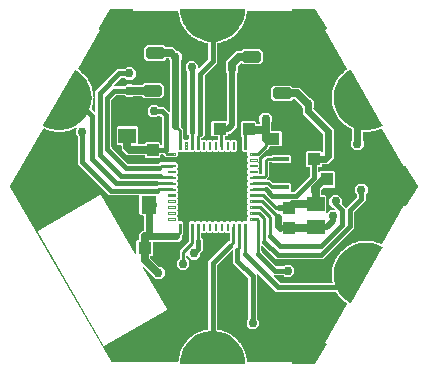
<source format=gbr>
G04 EAGLE Gerber RS-274X export*
G75*
%MOMM*%
%FSLAX34Y34*%
%LPD*%
%INBottom Copper*%
%IPPOS*%
%AMOC8*
5,1,8,0,0,1.08239X$1,22.5*%
G01*
%ADD10R,1.000000X1.100000*%
%ADD11R,1.500000X1.300000*%
%ADD12C,0.124994*%
%ADD13R,5.699988X5.699988*%
%ADD14R,1.399997X0.400000*%
%ADD15R,1.100000X1.000000*%
%ADD16R,1.300000X1.500000*%
%ADD17C,0.499997*%
%ADD18C,1.000000*%
%ADD19C,0.254000*%
%ADD20C,0.756400*%
%ADD21C,0.635000*%
%ADD22C,0.457200*%
%ADD23C,0.609600*%
%ADD24C,0.508000*%
%ADD25C,0.406400*%

G36*
X316900Y197736D02*
X316900Y197736D01*
X316985Y197748D01*
X316997Y197756D01*
X317011Y197758D01*
X317083Y197807D01*
X317157Y197852D01*
X317165Y197863D01*
X317177Y197871D01*
X317224Y197943D01*
X317275Y198014D01*
X317279Y198028D01*
X317286Y198039D01*
X317296Y198094D01*
X317320Y198188D01*
X317422Y199547D01*
X317413Y199617D01*
X317413Y199687D01*
X317401Y199718D01*
X317397Y199746D01*
X317372Y199790D01*
X317346Y199854D01*
X317343Y199859D01*
X317487Y200492D01*
X317488Y200526D01*
X317499Y200567D01*
X317547Y201214D01*
X317551Y201217D01*
X317595Y201273D01*
X317644Y201323D01*
X317657Y201353D01*
X317674Y201376D01*
X317688Y201425D01*
X317715Y201489D01*
X318242Y203799D01*
X318244Y203869D01*
X318254Y203939D01*
X318247Y203971D01*
X318247Y203999D01*
X318228Y204047D01*
X318213Y204114D01*
X318210Y204119D01*
X318447Y204723D01*
X318454Y204758D01*
X318470Y204796D01*
X318614Y205429D01*
X318619Y205431D01*
X318670Y205480D01*
X318727Y205522D01*
X318744Y205550D01*
X318764Y205570D01*
X318785Y205617D01*
X318821Y205676D01*
X319687Y207881D01*
X319699Y207951D01*
X319719Y208018D01*
X319717Y208051D01*
X319722Y208078D01*
X319710Y208129D01*
X319704Y208198D01*
X319703Y208203D01*
X320027Y208765D01*
X320039Y208798D01*
X320060Y208833D01*
X320297Y209437D01*
X320303Y209439D01*
X320360Y209480D01*
X320423Y209513D01*
X320444Y209538D01*
X320467Y209554D01*
X320494Y209598D01*
X320539Y209651D01*
X321724Y211702D01*
X321733Y211730D01*
X321736Y211735D01*
X321738Y211745D01*
X321746Y211769D01*
X321776Y211833D01*
X321779Y211866D01*
X321787Y211892D01*
X321784Y211944D01*
X321788Y212013D01*
X321788Y212018D01*
X322192Y212526D01*
X322208Y212557D01*
X322235Y212588D01*
X322559Y213150D01*
X322565Y213152D01*
X322628Y213183D01*
X322694Y213207D01*
X322719Y213228D01*
X322744Y213241D01*
X322778Y213280D01*
X322830Y213325D01*
X324307Y215178D01*
X324339Y215240D01*
X324379Y215299D01*
X324386Y215331D01*
X324399Y215356D01*
X324403Y215407D01*
X324417Y215475D01*
X324418Y215480D01*
X324893Y215922D01*
X324914Y215950D01*
X324945Y215977D01*
X325349Y216485D01*
X325355Y216485D01*
X325422Y216507D01*
X325491Y216520D01*
X325519Y216538D01*
X325546Y216547D01*
X325585Y216580D01*
X325643Y216618D01*
X327380Y218229D01*
X327421Y218286D01*
X327469Y218338D01*
X327481Y218369D01*
X327497Y218392D01*
X327509Y218442D01*
X327533Y218507D01*
X327534Y218512D01*
X328070Y218877D01*
X328095Y218902D01*
X328130Y218925D01*
X328605Y219366D01*
X328611Y219366D01*
X328680Y219377D01*
X328751Y219380D01*
X328781Y219394D01*
X328809Y219398D01*
X328852Y219425D01*
X328916Y219454D01*
X330873Y220788D01*
X330922Y220839D01*
X330977Y220883D01*
X330993Y220912D01*
X331013Y220932D01*
X331032Y220980D01*
X331066Y221040D01*
X331068Y221045D01*
X331653Y221327D01*
X331680Y221348D01*
X331718Y221365D01*
X332254Y221730D01*
X332260Y221729D01*
X332330Y221730D01*
X332401Y221722D01*
X332432Y221731D01*
X332460Y221731D01*
X332507Y221752D01*
X332574Y221770D01*
X334709Y222798D01*
X334765Y222841D01*
X334826Y222877D01*
X334846Y222902D01*
X334868Y222919D01*
X334894Y222964D01*
X334937Y223018D01*
X334940Y223023D01*
X335560Y223214D01*
X335590Y223231D01*
X335630Y223242D01*
X336215Y223524D01*
X336220Y223522D01*
X336290Y223512D01*
X336358Y223494D01*
X336391Y223498D01*
X336419Y223494D01*
X336469Y223508D01*
X336537Y223516D01*
X338801Y224214D01*
X338863Y224248D01*
X338929Y224274D01*
X338952Y224297D01*
X338977Y224310D01*
X339009Y224350D01*
X339060Y224398D01*
X339063Y224402D01*
X339704Y224499D01*
X339737Y224511D01*
X339778Y224516D01*
X340399Y224707D01*
X340403Y224704D01*
X340471Y224684D01*
X340536Y224657D01*
X340569Y224656D01*
X340596Y224648D01*
X340647Y224653D01*
X340716Y224651D01*
X341960Y224839D01*
X342023Y224862D01*
X342090Y224877D01*
X342117Y224896D01*
X342148Y224907D01*
X342198Y224953D01*
X342253Y224993D01*
X342271Y225021D01*
X342295Y225043D01*
X342323Y225105D01*
X342359Y225163D01*
X342366Y225198D01*
X342378Y225226D01*
X342380Y225276D01*
X342391Y225340D01*
X342391Y283010D01*
X359076Y299695D01*
X360232Y299695D01*
X360240Y299696D01*
X360248Y299695D01*
X360338Y299716D01*
X360429Y299734D01*
X360435Y299739D01*
X360443Y299741D01*
X360591Y299843D01*
X360759Y300011D01*
X360763Y300018D01*
X360769Y300022D01*
X360818Y300101D01*
X360870Y300178D01*
X360871Y300186D01*
X360875Y300192D01*
X360907Y300370D01*
X360907Y306170D01*
X360906Y306175D01*
X360907Y306180D01*
X360886Y306273D01*
X360868Y306366D01*
X360865Y306371D01*
X360864Y306376D01*
X360808Y306454D01*
X360755Y306532D01*
X360751Y306535D01*
X360748Y306539D01*
X360666Y306590D01*
X360587Y306641D01*
X360582Y306642D01*
X360577Y306645D01*
X360400Y306677D01*
X357187Y306677D01*
X356561Y307303D01*
X356556Y307306D01*
X356553Y307310D01*
X356473Y307361D01*
X356394Y307414D01*
X356389Y307415D01*
X356384Y307418D01*
X356290Y307434D01*
X356197Y307452D01*
X356192Y307451D01*
X356187Y307451D01*
X356094Y307430D01*
X356001Y307410D01*
X355996Y307407D01*
X355991Y307406D01*
X355843Y307303D01*
X355217Y306677D01*
X352187Y306677D01*
X351561Y307303D01*
X351556Y307306D01*
X351553Y307310D01*
X351473Y307361D01*
X351394Y307414D01*
X351389Y307415D01*
X351384Y307418D01*
X351290Y307434D01*
X351197Y307452D01*
X351192Y307451D01*
X351187Y307451D01*
X351094Y307430D01*
X351001Y307410D01*
X350996Y307407D01*
X350991Y307406D01*
X350843Y307303D01*
X350217Y306677D01*
X347187Y306677D01*
X346561Y307303D01*
X346556Y307306D01*
X346553Y307310D01*
X346473Y307361D01*
X346394Y307414D01*
X346389Y307415D01*
X346384Y307418D01*
X346290Y307434D01*
X346197Y307452D01*
X346192Y307451D01*
X346187Y307451D01*
X346094Y307430D01*
X346001Y307410D01*
X345996Y307407D01*
X345991Y307406D01*
X345843Y307303D01*
X345217Y306677D01*
X342187Y306677D01*
X341561Y307303D01*
X341556Y307306D01*
X341553Y307310D01*
X341473Y307361D01*
X341394Y307414D01*
X341389Y307415D01*
X341384Y307418D01*
X341290Y307434D01*
X341197Y307452D01*
X341192Y307451D01*
X341187Y307451D01*
X341094Y307430D01*
X341001Y307410D01*
X340996Y307407D01*
X340991Y307406D01*
X340843Y307303D01*
X340217Y306677D01*
X337004Y306677D01*
X336999Y306676D01*
X336994Y306677D01*
X336901Y306656D01*
X336807Y306638D01*
X336803Y306635D01*
X336798Y306634D01*
X336720Y306578D01*
X336642Y306525D01*
X336639Y306521D01*
X336635Y306518D01*
X336584Y306436D01*
X336532Y306357D01*
X336532Y306352D01*
X336529Y306347D01*
X336497Y306170D01*
X336497Y302833D01*
X336498Y302825D01*
X336497Y302817D01*
X336518Y302727D01*
X336536Y302636D01*
X336541Y302630D01*
X336543Y302622D01*
X336645Y302474D01*
X337821Y301298D01*
X337821Y291792D01*
X335655Y289626D01*
X335651Y289620D01*
X335645Y289615D01*
X335596Y289536D01*
X335544Y289459D01*
X335543Y289451D01*
X335539Y289445D01*
X335507Y289267D01*
X335507Y287362D01*
X332398Y284253D01*
X328002Y284253D01*
X324971Y287285D01*
X324968Y287286D01*
X324967Y287288D01*
X324886Y287341D01*
X324804Y287395D01*
X324801Y287396D01*
X324799Y287397D01*
X324703Y287415D01*
X324607Y287433D01*
X324604Y287433D01*
X324602Y287433D01*
X324505Y287412D01*
X324411Y287391D01*
X324409Y287390D01*
X324406Y287389D01*
X324326Y287333D01*
X324246Y287277D01*
X324245Y287275D01*
X324243Y287273D01*
X324191Y287191D01*
X324139Y287108D01*
X324138Y287105D01*
X324137Y287103D01*
X324105Y286926D01*
X324105Y285590D01*
X324106Y285582D01*
X324105Y285575D01*
X324126Y285485D01*
X324144Y285394D01*
X324149Y285387D01*
X324151Y285380D01*
X324253Y285232D01*
X326617Y282868D01*
X326617Y278472D01*
X323508Y275363D01*
X319112Y275363D01*
X316003Y278472D01*
X316003Y282868D01*
X318367Y285232D01*
X318371Y285238D01*
X318377Y285243D01*
X318426Y285321D01*
X318478Y285399D01*
X318479Y285406D01*
X318483Y285413D01*
X318515Y285590D01*
X318515Y291988D01*
X325759Y299231D01*
X325763Y299238D01*
X325769Y299242D01*
X325818Y299321D01*
X325870Y299398D01*
X325871Y299406D01*
X325875Y299412D01*
X325907Y299590D01*
X325907Y312979D01*
X325927Y313090D01*
X325927Y315467D01*
X327187Y316727D01*
X330217Y316727D01*
X330843Y316101D01*
X330848Y316098D01*
X330851Y316094D01*
X330931Y316042D01*
X331010Y315990D01*
X331015Y315989D01*
X331020Y315986D01*
X331114Y315970D01*
X331207Y315952D01*
X331212Y315953D01*
X331218Y315952D01*
X331310Y315974D01*
X331403Y315994D01*
X331408Y315997D01*
X331413Y315998D01*
X331561Y316101D01*
X332187Y316727D01*
X335217Y316727D01*
X335843Y316101D01*
X335848Y316098D01*
X335851Y316094D01*
X335931Y316042D01*
X336010Y315990D01*
X336015Y315989D01*
X336020Y315986D01*
X336114Y315970D01*
X336207Y315952D01*
X336212Y315953D01*
X336218Y315952D01*
X336310Y315974D01*
X336403Y315994D01*
X336408Y315997D01*
X336413Y315998D01*
X336561Y316101D01*
X337187Y316727D01*
X340217Y316727D01*
X340843Y316101D01*
X340848Y316098D01*
X340851Y316094D01*
X340931Y316042D01*
X341010Y315990D01*
X341015Y315989D01*
X341020Y315986D01*
X341114Y315970D01*
X341207Y315952D01*
X341212Y315953D01*
X341218Y315952D01*
X341310Y315974D01*
X341403Y315994D01*
X341408Y315997D01*
X341413Y315998D01*
X341561Y316101D01*
X342187Y316727D01*
X345217Y316727D01*
X345843Y316101D01*
X345848Y316098D01*
X345851Y316094D01*
X345931Y316042D01*
X346010Y315990D01*
X346015Y315989D01*
X346020Y315986D01*
X346114Y315970D01*
X346207Y315952D01*
X346212Y315953D01*
X346218Y315952D01*
X346310Y315974D01*
X346403Y315994D01*
X346408Y315997D01*
X346413Y315998D01*
X346561Y316101D01*
X347187Y316727D01*
X350217Y316727D01*
X350843Y316101D01*
X350848Y316098D01*
X350851Y316094D01*
X350931Y316042D01*
X351010Y315990D01*
X351015Y315989D01*
X351020Y315986D01*
X351114Y315970D01*
X351207Y315952D01*
X351212Y315953D01*
X351218Y315952D01*
X351310Y315974D01*
X351403Y315994D01*
X351408Y315997D01*
X351413Y315998D01*
X351561Y316101D01*
X352187Y316727D01*
X355217Y316727D01*
X355843Y316101D01*
X355848Y316098D01*
X355851Y316094D01*
X355931Y316042D01*
X356010Y315990D01*
X356015Y315989D01*
X356020Y315986D01*
X356114Y315970D01*
X356207Y315952D01*
X356212Y315953D01*
X356218Y315952D01*
X356310Y315974D01*
X356403Y315994D01*
X356408Y315997D01*
X356413Y315998D01*
X356561Y316101D01*
X357187Y316727D01*
X360217Y316727D01*
X360843Y316101D01*
X360848Y316098D01*
X360851Y316094D01*
X360931Y316042D01*
X361010Y315990D01*
X361015Y315989D01*
X361020Y315986D01*
X361114Y315970D01*
X361207Y315952D01*
X361212Y315953D01*
X361218Y315952D01*
X361310Y315974D01*
X361403Y315994D01*
X361408Y315997D01*
X361413Y315998D01*
X361561Y316101D01*
X362187Y316727D01*
X365217Y316727D01*
X365843Y316101D01*
X365848Y316098D01*
X365851Y316094D01*
X365931Y316042D01*
X366010Y315990D01*
X366015Y315989D01*
X366020Y315986D01*
X366114Y315970D01*
X366207Y315952D01*
X366212Y315953D01*
X366218Y315952D01*
X366310Y315974D01*
X366403Y315994D01*
X366408Y315997D01*
X366413Y315998D01*
X366561Y316101D01*
X367187Y316727D01*
X370217Y316727D01*
X370843Y316101D01*
X370848Y316098D01*
X370851Y316094D01*
X370931Y316042D01*
X371010Y315990D01*
X371015Y315989D01*
X371020Y315986D01*
X371114Y315970D01*
X371207Y315952D01*
X371212Y315953D01*
X371218Y315952D01*
X371310Y315974D01*
X371403Y315994D01*
X371408Y315997D01*
X371413Y315998D01*
X371561Y316101D01*
X372187Y316727D01*
X375170Y316727D01*
X375175Y316728D01*
X375180Y316727D01*
X375273Y316748D01*
X375367Y316766D01*
X375371Y316769D01*
X375376Y316770D01*
X375454Y316826D01*
X375532Y316879D01*
X375535Y316883D01*
X375540Y316886D01*
X375590Y316968D01*
X375642Y317047D01*
X375643Y317052D01*
X375645Y317057D01*
X375677Y317234D01*
X375677Y320217D01*
X376303Y320843D01*
X376306Y320848D01*
X376310Y320851D01*
X376362Y320931D01*
X376414Y321010D01*
X376415Y321015D01*
X376418Y321020D01*
X376434Y321114D01*
X376452Y321207D01*
X376451Y321212D01*
X376452Y321218D01*
X376430Y321310D01*
X376410Y321403D01*
X376407Y321408D01*
X376406Y321413D01*
X376303Y321561D01*
X375677Y322187D01*
X375677Y325217D01*
X376303Y325843D01*
X376306Y325848D01*
X376310Y325851D01*
X376362Y325931D01*
X376414Y326010D01*
X376415Y326015D01*
X376418Y326020D01*
X376434Y326114D01*
X376452Y326207D01*
X376451Y326212D01*
X376452Y326218D01*
X376430Y326310D01*
X376410Y326403D01*
X376407Y326408D01*
X376406Y326413D01*
X376303Y326561D01*
X375677Y327187D01*
X375677Y330217D01*
X376303Y330843D01*
X376306Y330848D01*
X376310Y330851D01*
X376362Y330931D01*
X376414Y331010D01*
X376415Y331015D01*
X376418Y331020D01*
X376434Y331114D01*
X376452Y331207D01*
X376451Y331212D01*
X376452Y331218D01*
X376430Y331310D01*
X376410Y331403D01*
X376407Y331408D01*
X376406Y331413D01*
X376303Y331561D01*
X375677Y332187D01*
X375677Y335217D01*
X376303Y335843D01*
X376306Y335848D01*
X376310Y335851D01*
X376362Y335931D01*
X376414Y336010D01*
X376415Y336015D01*
X376418Y336020D01*
X376434Y336114D01*
X376452Y336207D01*
X376451Y336212D01*
X376452Y336218D01*
X376430Y336310D01*
X376410Y336403D01*
X376407Y336408D01*
X376406Y336413D01*
X376303Y336561D01*
X375677Y337187D01*
X375677Y340217D01*
X376303Y340843D01*
X376306Y340848D01*
X376310Y340851D01*
X376362Y340931D01*
X376414Y341010D01*
X376415Y341015D01*
X376418Y341020D01*
X376434Y341114D01*
X376452Y341207D01*
X376451Y341212D01*
X376452Y341218D01*
X376430Y341310D01*
X376410Y341403D01*
X376407Y341408D01*
X376406Y341413D01*
X376303Y341561D01*
X375677Y342187D01*
X375677Y345217D01*
X376303Y345843D01*
X376306Y345848D01*
X376310Y345851D01*
X376362Y345931D01*
X376414Y346010D01*
X376415Y346015D01*
X376418Y346020D01*
X376434Y346114D01*
X376452Y346207D01*
X376451Y346212D01*
X376452Y346218D01*
X376430Y346310D01*
X376410Y346403D01*
X376407Y346408D01*
X376406Y346413D01*
X376303Y346561D01*
X375677Y347187D01*
X375677Y350217D01*
X376303Y350843D01*
X376306Y350848D01*
X376310Y350851D01*
X376362Y350931D01*
X376414Y351010D01*
X376415Y351015D01*
X376418Y351020D01*
X376434Y351114D01*
X376452Y351207D01*
X376451Y351212D01*
X376452Y351218D01*
X376430Y351310D01*
X376410Y351403D01*
X376407Y351408D01*
X376406Y351413D01*
X376303Y351561D01*
X375677Y352187D01*
X375677Y355217D01*
X376303Y355843D01*
X376306Y355848D01*
X376310Y355851D01*
X376362Y355931D01*
X376414Y356010D01*
X376415Y356015D01*
X376418Y356020D01*
X376434Y356114D01*
X376452Y356207D01*
X376451Y356212D01*
X376452Y356218D01*
X376430Y356310D01*
X376410Y356403D01*
X376407Y356408D01*
X376406Y356413D01*
X376303Y356561D01*
X375677Y357187D01*
X375677Y360217D01*
X376303Y360843D01*
X376306Y360848D01*
X376310Y360851D01*
X376362Y360931D01*
X376414Y361010D01*
X376415Y361015D01*
X376418Y361020D01*
X376434Y361114D01*
X376452Y361207D01*
X376451Y361212D01*
X376452Y361218D01*
X376430Y361310D01*
X376410Y361403D01*
X376407Y361408D01*
X376406Y361413D01*
X376303Y361561D01*
X375677Y362187D01*
X375677Y365217D01*
X376303Y365843D01*
X376306Y365848D01*
X376310Y365851D01*
X376362Y365931D01*
X376414Y366010D01*
X376415Y366015D01*
X376418Y366020D01*
X376434Y366114D01*
X376452Y366207D01*
X376451Y366212D01*
X376452Y366218D01*
X376430Y366310D01*
X376410Y366403D01*
X376407Y366408D01*
X376406Y366413D01*
X376303Y366561D01*
X375677Y367187D01*
X375677Y370217D01*
X376303Y370843D01*
X376306Y370848D01*
X376310Y370851D01*
X376362Y370931D01*
X376414Y371010D01*
X376415Y371015D01*
X376418Y371020D01*
X376434Y371114D01*
X376452Y371207D01*
X376451Y371212D01*
X376452Y371218D01*
X376430Y371310D01*
X376410Y371403D01*
X376407Y371408D01*
X376406Y371413D01*
X376303Y371561D01*
X375677Y372187D01*
X375677Y375170D01*
X375676Y375175D01*
X375677Y375180D01*
X375656Y375273D01*
X375638Y375367D01*
X375635Y375371D01*
X375634Y375376D01*
X375578Y375454D01*
X375525Y375532D01*
X375521Y375535D01*
X375518Y375540D01*
X375436Y375590D01*
X375357Y375642D01*
X375352Y375643D01*
X375347Y375645D01*
X375170Y375677D01*
X372187Y375677D01*
X370927Y376937D01*
X370927Y379314D01*
X370926Y379319D01*
X370927Y379325D01*
X370927Y379327D01*
X370927Y379330D01*
X370907Y379415D01*
X370907Y387773D01*
X370906Y387781D01*
X370907Y387788D01*
X370886Y387878D01*
X370868Y387970D01*
X370863Y387976D01*
X370861Y387984D01*
X370759Y388132D01*
X370152Y388738D01*
X370152Y401001D01*
X371045Y401895D01*
X382308Y401895D01*
X383202Y401001D01*
X383202Y399301D01*
X383203Y399296D01*
X383202Y399290D01*
X383222Y399197D01*
X383241Y399104D01*
X383244Y399100D01*
X383245Y399095D01*
X383301Y399017D01*
X383354Y398938D01*
X383358Y398936D01*
X383361Y398931D01*
X383443Y398881D01*
X383522Y398829D01*
X383527Y398828D01*
X383532Y398825D01*
X383709Y398793D01*
X385953Y398793D01*
X385958Y398794D01*
X385963Y398794D01*
X386056Y398814D01*
X386150Y398833D01*
X386154Y398836D01*
X386159Y398837D01*
X386237Y398892D01*
X386315Y398946D01*
X386318Y398950D01*
X386322Y398953D01*
X386373Y399035D01*
X386425Y399114D01*
X386425Y399119D01*
X386428Y399123D01*
X386460Y399301D01*
X386460Y400337D01*
X386459Y400345D01*
X386460Y400352D01*
X386439Y400442D01*
X386421Y400533D01*
X386416Y400540D01*
X386414Y400547D01*
X386312Y400695D01*
X385853Y401154D01*
X385853Y405550D01*
X388962Y408659D01*
X393358Y408659D01*
X396467Y405550D01*
X396467Y401154D01*
X396008Y400695D01*
X396004Y400689D01*
X395998Y400684D01*
X395949Y400606D01*
X395897Y400528D01*
X395896Y400521D01*
X395892Y400514D01*
X395860Y400337D01*
X395860Y393506D01*
X395861Y393501D01*
X395860Y393495D01*
X395881Y393402D01*
X395899Y393309D01*
X395902Y393305D01*
X395903Y393300D01*
X395959Y393222D01*
X396012Y393143D01*
X396016Y393141D01*
X396019Y393136D01*
X396101Y393086D01*
X396180Y393034D01*
X396185Y393033D01*
X396190Y393030D01*
X396367Y392998D01*
X403790Y392998D01*
X404683Y392105D01*
X404683Y380842D01*
X403790Y379949D01*
X394462Y379949D01*
X394457Y379948D01*
X394452Y379949D01*
X394359Y379928D01*
X394265Y379909D01*
X394261Y379906D01*
X394256Y379905D01*
X394178Y379850D01*
X394100Y379797D01*
X394097Y379792D01*
X394093Y379789D01*
X394042Y379708D01*
X393990Y379629D01*
X393990Y379624D01*
X393987Y379619D01*
X393955Y379442D01*
X393955Y379080D01*
X392169Y377295D01*
X385768Y370894D01*
X385765Y370889D01*
X385761Y370886D01*
X385710Y370806D01*
X385657Y370727D01*
X385656Y370721D01*
X385653Y370717D01*
X385637Y370624D01*
X385619Y370530D01*
X385620Y370525D01*
X385620Y370519D01*
X385641Y370426D01*
X385661Y370334D01*
X385664Y370329D01*
X385665Y370324D01*
X385727Y370235D01*
X385727Y367187D01*
X385101Y366561D01*
X385098Y366556D01*
X385094Y366553D01*
X385043Y366473D01*
X384990Y366394D01*
X384989Y366389D01*
X384986Y366384D01*
X384970Y366290D01*
X384952Y366197D01*
X384953Y366192D01*
X384953Y366187D01*
X384974Y366094D01*
X384994Y366001D01*
X384997Y365996D01*
X384998Y365991D01*
X385101Y365843D01*
X385727Y365217D01*
X385727Y362187D01*
X385101Y361561D01*
X385098Y361556D01*
X385094Y361553D01*
X385043Y361473D01*
X384990Y361394D01*
X384989Y361389D01*
X384986Y361384D01*
X384970Y361290D01*
X384952Y361197D01*
X384953Y361192D01*
X384953Y361187D01*
X384974Y361094D01*
X384994Y361001D01*
X384997Y360996D01*
X384998Y360991D01*
X385101Y360843D01*
X385727Y360217D01*
X385727Y357004D01*
X385728Y356999D01*
X385727Y356994D01*
X385748Y356901D01*
X385766Y356807D01*
X385769Y356803D01*
X385770Y356798D01*
X385826Y356720D01*
X385879Y356642D01*
X385883Y356639D01*
X385886Y356635D01*
X385968Y356584D01*
X386047Y356532D01*
X386052Y356532D01*
X386057Y356529D01*
X386234Y356497D01*
X387858Y356497D01*
X387863Y356498D01*
X387868Y356497D01*
X387961Y356518D01*
X388055Y356536D01*
X388059Y356539D01*
X388064Y356540D01*
X388142Y356596D01*
X388220Y356649D01*
X388223Y356653D01*
X388227Y356656D01*
X388278Y356738D01*
X388330Y356817D01*
X388330Y356822D01*
X388333Y356827D01*
X388365Y357004D01*
X388365Y368113D01*
X389845Y370676D01*
X392407Y372155D01*
X395764Y372155D01*
X395771Y372156D01*
X395779Y372155D01*
X395869Y372176D01*
X395960Y372195D01*
X395967Y372199D01*
X395974Y372201D01*
X396122Y372303D01*
X396704Y372885D01*
X411967Y372885D01*
X412860Y371992D01*
X412860Y366729D01*
X411967Y365835D01*
X396704Y365835D01*
X396122Y366417D01*
X396116Y366421D01*
X396111Y366428D01*
X396033Y366476D01*
X395955Y366528D01*
X395948Y366529D01*
X395941Y366533D01*
X395764Y366565D01*
X394462Y366565D01*
X394457Y366564D01*
X394452Y366565D01*
X394359Y366545D01*
X394265Y366526D01*
X394261Y366523D01*
X394256Y366522D01*
X394178Y366467D01*
X394100Y366413D01*
X394097Y366409D01*
X394093Y366406D01*
X394042Y366324D01*
X393990Y366245D01*
X393990Y366240D01*
X393987Y366236D01*
X393955Y366058D01*
X393955Y354548D01*
X392632Y352258D01*
X392621Y352222D01*
X392600Y352191D01*
X392589Y352128D01*
X392568Y352068D01*
X392571Y352030D01*
X392565Y351994D01*
X392578Y351931D01*
X392583Y351868D01*
X392600Y351835D01*
X392608Y351798D01*
X392645Y351746D01*
X392674Y351689D01*
X392703Y351665D01*
X392724Y351635D01*
X392778Y351601D01*
X392827Y351560D01*
X392863Y351548D01*
X392894Y351529D01*
X392967Y351516D01*
X393018Y351500D01*
X393043Y351502D01*
X393072Y351497D01*
X394310Y351497D01*
X396095Y349711D01*
X396096Y349711D01*
X396773Y349034D01*
X396780Y349029D01*
X396784Y349023D01*
X396863Y348974D01*
X396940Y348923D01*
X396948Y348921D01*
X396954Y348917D01*
X397132Y348885D01*
X411967Y348885D01*
X412860Y347992D01*
X412860Y342729D01*
X412580Y342449D01*
X412579Y342447D01*
X412577Y342445D01*
X412524Y342364D01*
X412469Y342282D01*
X412469Y342279D01*
X412467Y342277D01*
X412450Y342181D01*
X412432Y342085D01*
X412432Y342083D01*
X412432Y342080D01*
X412453Y341983D01*
X412473Y341889D01*
X412475Y341887D01*
X412475Y341884D01*
X412532Y341804D01*
X412588Y341724D01*
X412590Y341723D01*
X412591Y341721D01*
X412674Y341669D01*
X412757Y341617D01*
X412759Y341616D01*
X412762Y341615D01*
X412939Y341583D01*
X414829Y341583D01*
X414837Y341585D01*
X414844Y341583D01*
X414934Y341604D01*
X415025Y341623D01*
X415032Y341627D01*
X415040Y341629D01*
X415188Y341732D01*
X428385Y354929D01*
X428389Y354935D01*
X428396Y354940D01*
X428444Y355019D01*
X428496Y355096D01*
X428497Y355103D01*
X428501Y355110D01*
X428533Y355287D01*
X428533Y361989D01*
X428532Y361994D01*
X428533Y361999D01*
X428513Y362092D01*
X428494Y362185D01*
X428491Y362189D01*
X428490Y362195D01*
X428434Y362272D01*
X428381Y362351D01*
X428377Y362354D01*
X428374Y362358D01*
X428292Y362409D01*
X428213Y362460D01*
X428208Y362461D01*
X428203Y362464D01*
X428026Y362496D01*
X426459Y362496D01*
X425565Y363389D01*
X425565Y375652D01*
X426459Y376545D01*
X437722Y376545D01*
X438576Y375691D01*
X438579Y375689D01*
X438580Y375687D01*
X438660Y375635D01*
X438743Y375580D01*
X438746Y375579D01*
X438748Y375578D01*
X438844Y375560D01*
X438940Y375542D01*
X438943Y375543D01*
X438945Y375542D01*
X439042Y375564D01*
X439136Y375584D01*
X439138Y375585D01*
X439141Y375586D01*
X439221Y375642D01*
X439301Y375698D01*
X439302Y375700D01*
X439304Y375702D01*
X439356Y375785D01*
X439408Y375867D01*
X439409Y375870D01*
X439410Y375872D01*
X439442Y376049D01*
X439442Y390580D01*
X439441Y390588D01*
X439442Y390595D01*
X439421Y390685D01*
X439403Y390776D01*
X439398Y390783D01*
X439396Y390790D01*
X439294Y390938D01*
X422401Y407831D01*
X422401Y412656D01*
X422400Y412664D01*
X422401Y412671D01*
X422380Y412761D01*
X422362Y412852D01*
X422357Y412859D01*
X422355Y412866D01*
X422253Y413014D01*
X421667Y413600D01*
X421667Y414248D01*
X421666Y414256D01*
X421667Y414264D01*
X421646Y414354D01*
X421628Y414445D01*
X421623Y414451D01*
X421621Y414459D01*
X421519Y414607D01*
X416083Y420043D01*
X416076Y420047D01*
X416072Y420054D01*
X415993Y420103D01*
X415916Y420154D01*
X415908Y420155D01*
X415901Y420159D01*
X415724Y420191D01*
X414236Y420191D01*
X414228Y420190D01*
X414220Y420191D01*
X414130Y420170D01*
X414039Y420152D01*
X414033Y420147D01*
X414025Y420146D01*
X413877Y420043D01*
X412201Y418366D01*
X397866Y418366D01*
X395509Y420724D01*
X395509Y429058D01*
X397866Y431416D01*
X412201Y431416D01*
X413877Y429739D01*
X413884Y429735D01*
X413888Y429729D01*
X413967Y429680D01*
X414044Y429629D01*
X414052Y429627D01*
X414058Y429623D01*
X414236Y429591D01*
X419828Y429591D01*
X428165Y421253D01*
X428172Y421249D01*
X428176Y421243D01*
X428255Y421194D01*
X428332Y421142D01*
X428340Y421141D01*
X428347Y421137D01*
X428524Y421105D01*
X429172Y421105D01*
X432281Y417996D01*
X432281Y413600D01*
X431695Y413014D01*
X431691Y413008D01*
X431685Y413003D01*
X431636Y412925D01*
X431584Y412847D01*
X431583Y412840D01*
X431579Y412833D01*
X431547Y412656D01*
X431547Y411829D01*
X431548Y411821D01*
X431547Y411814D01*
X431568Y411724D01*
X431586Y411633D01*
X431591Y411626D01*
X431593Y411619D01*
X431695Y411471D01*
X448588Y394578D01*
X448588Y369985D01*
X443551Y364948D01*
X439122Y364948D01*
X439117Y364947D01*
X439112Y364948D01*
X439019Y364927D01*
X438926Y364908D01*
X438921Y364905D01*
X438916Y364904D01*
X438838Y364849D01*
X438760Y364796D01*
X438757Y364791D01*
X438753Y364788D01*
X438702Y364707D01*
X438651Y364628D01*
X438650Y364622D01*
X438647Y364618D01*
X438615Y364441D01*
X438615Y363389D01*
X437722Y362496D01*
X436154Y362496D01*
X436149Y362495D01*
X436144Y362496D01*
X436051Y362475D01*
X435958Y362456D01*
X435953Y362453D01*
X435948Y362452D01*
X435870Y362397D01*
X435792Y362344D01*
X435789Y362339D01*
X435785Y362336D01*
X435734Y362255D01*
X435683Y362176D01*
X435682Y362170D01*
X435679Y362166D01*
X435647Y361989D01*
X435647Y358637D01*
X435647Y358635D01*
X435647Y358632D01*
X435667Y358537D01*
X435686Y358441D01*
X435688Y358439D01*
X435688Y358436D01*
X435744Y358356D01*
X435799Y358275D01*
X435801Y358274D01*
X435803Y358272D01*
X435887Y358218D01*
X435967Y358166D01*
X435970Y358165D01*
X435972Y358164D01*
X436068Y358148D01*
X436164Y358130D01*
X436167Y358131D01*
X436170Y358130D01*
X436264Y358152D01*
X436360Y358174D01*
X436362Y358175D01*
X436365Y358176D01*
X436513Y358279D01*
X437465Y359231D01*
X448728Y359231D01*
X449622Y358338D01*
X449622Y346075D01*
X448728Y345182D01*
X440490Y345182D01*
X440482Y345180D01*
X440474Y345182D01*
X440385Y345161D01*
X440293Y345142D01*
X440287Y345138D01*
X440279Y345136D01*
X440131Y345033D01*
X438182Y343084D01*
X438177Y343077D01*
X438171Y343073D01*
X438122Y342994D01*
X438071Y342917D01*
X438069Y342909D01*
X438065Y342902D01*
X438033Y342725D01*
X438033Y339686D01*
X438034Y339681D01*
X438033Y339676D01*
X438054Y339583D01*
X438073Y339489D01*
X438076Y339485D01*
X438077Y339480D01*
X438132Y339402D01*
X438185Y339324D01*
X438190Y339321D01*
X438193Y339316D01*
X438274Y339266D01*
X438353Y339214D01*
X438359Y339213D01*
X438363Y339211D01*
X438540Y339179D01*
X441465Y339179D01*
X442358Y338286D01*
X442358Y324088D01*
X442359Y324085D01*
X442358Y324082D01*
X442378Y323988D01*
X442398Y323891D01*
X442399Y323889D01*
X442400Y323886D01*
X442456Y323806D01*
X442510Y323725D01*
X442513Y323724D01*
X442514Y323722D01*
X442598Y323668D01*
X442678Y323616D01*
X442681Y323616D01*
X442683Y323614D01*
X442780Y323598D01*
X442876Y323580D01*
X442878Y323581D01*
X442881Y323581D01*
X442975Y323602D01*
X443071Y323624D01*
X443074Y323626D01*
X443076Y323626D01*
X443224Y323729D01*
X445604Y326109D01*
X449195Y326109D01*
X449197Y326109D01*
X449200Y326109D01*
X449295Y326129D01*
X449391Y326148D01*
X449393Y326150D01*
X449396Y326150D01*
X449477Y326206D01*
X449557Y326261D01*
X449558Y326263D01*
X449561Y326265D01*
X449614Y326348D01*
X449666Y326429D01*
X449667Y326432D01*
X449668Y326434D01*
X449684Y326530D01*
X449702Y326626D01*
X449701Y326629D01*
X449702Y326631D01*
X449680Y326726D01*
X449658Y326822D01*
X449657Y326824D01*
X449656Y326827D01*
X449553Y326975D01*
X448481Y328047D01*
X448475Y328051D01*
X448470Y328057D01*
X448392Y328106D01*
X448314Y328158D01*
X448307Y328159D01*
X448300Y328163D01*
X448149Y328191D01*
X445035Y331304D01*
X445035Y335700D01*
X448144Y338809D01*
X452540Y338809D01*
X455649Y335700D01*
X455649Y331149D01*
X455650Y331142D01*
X455649Y331134D01*
X455670Y331044D01*
X455688Y330953D01*
X455693Y330946D01*
X455695Y330939D01*
X455797Y330791D01*
X458746Y327842D01*
X458751Y327839D01*
X458754Y327834D01*
X458834Y327783D01*
X458913Y327731D01*
X458918Y327730D01*
X458923Y327727D01*
X459017Y327711D01*
X459110Y327693D01*
X459115Y327694D01*
X459121Y327693D01*
X459213Y327715D01*
X459306Y327735D01*
X459311Y327738D01*
X459316Y327739D01*
X459464Y327842D01*
X461209Y329587D01*
X468481Y336859D01*
X468485Y336865D01*
X468491Y336870D01*
X468540Y336948D01*
X468592Y337026D01*
X468593Y337033D01*
X468597Y337040D01*
X468629Y337217D01*
X468629Y338996D01*
X468628Y339004D01*
X468629Y339011D01*
X468608Y339101D01*
X468590Y339192D01*
X468585Y339199D01*
X468583Y339206D01*
X468481Y339354D01*
X466879Y340956D01*
X466879Y345352D01*
X469988Y348461D01*
X474384Y348461D01*
X477493Y345352D01*
X477493Y340956D01*
X475891Y339354D01*
X475887Y339348D01*
X475881Y339343D01*
X475832Y339265D01*
X475780Y339187D01*
X475779Y339180D01*
X475775Y339173D01*
X475743Y338996D01*
X475743Y334061D01*
X466239Y324557D01*
X466235Y324551D01*
X466229Y324546D01*
X466180Y324468D01*
X466128Y324390D01*
X466127Y324383D01*
X466123Y324376D01*
X466091Y324199D01*
X466091Y311201D01*
X439369Y284479D01*
X399847Y284479D01*
X388471Y295855D01*
X388468Y295857D01*
X388467Y295859D01*
X388386Y295911D01*
X388304Y295966D01*
X388301Y295967D01*
X388299Y295968D01*
X388203Y295986D01*
X388107Y296004D01*
X388104Y296003D01*
X388102Y296004D01*
X388005Y295982D01*
X387911Y295962D01*
X387909Y295961D01*
X387906Y295960D01*
X387826Y295904D01*
X387746Y295848D01*
X387745Y295846D01*
X387743Y295844D01*
X387691Y295761D01*
X387639Y295679D01*
X387638Y295676D01*
X387637Y295674D01*
X387605Y295497D01*
X387605Y291349D01*
X387606Y291341D01*
X387605Y291333D01*
X387626Y291243D01*
X387644Y291152D01*
X387649Y291146D01*
X387651Y291138D01*
X387753Y290990D01*
X400210Y278533D01*
X400216Y278529D01*
X400221Y278523D01*
X400300Y278474D01*
X400377Y278422D01*
X400385Y278421D01*
X400391Y278417D01*
X400569Y278385D01*
X406052Y278385D01*
X406060Y278386D01*
X406067Y278385D01*
X406157Y278406D01*
X406248Y278424D01*
X406255Y278429D01*
X406262Y278431D01*
X406410Y278533D01*
X407758Y279881D01*
X412154Y279881D01*
X415263Y276772D01*
X415263Y272376D01*
X412154Y269267D01*
X407758Y269267D01*
X406410Y270615D01*
X406404Y270619D01*
X406400Y270625D01*
X406399Y270625D01*
X406321Y270674D01*
X406244Y270726D01*
X406236Y270727D01*
X406229Y270731D01*
X406052Y270763D01*
X398283Y270763D01*
X398280Y270763D01*
X398277Y270763D01*
X398182Y270743D01*
X398086Y270724D01*
X398084Y270722D01*
X398081Y270722D01*
X398001Y270666D01*
X397920Y270611D01*
X397919Y270609D01*
X397917Y270607D01*
X397863Y270524D01*
X397811Y270443D01*
X397811Y270440D01*
X397809Y270438D01*
X397793Y270342D01*
X397775Y270246D01*
X397776Y270243D01*
X397776Y270241D01*
X397797Y270147D01*
X397819Y270050D01*
X397820Y270048D01*
X397821Y270045D01*
X397924Y269897D01*
X403130Y264691D01*
X403136Y264687D01*
X403141Y264681D01*
X403220Y264632D01*
X403297Y264580D01*
X403305Y264579D01*
X403311Y264575D01*
X403489Y264543D01*
X447277Y264543D01*
X447338Y264555D01*
X447400Y264558D01*
X447435Y264575D01*
X447473Y264582D01*
X447525Y264617D01*
X447581Y264644D01*
X447607Y264673D01*
X447639Y264695D01*
X447673Y264747D01*
X447714Y264793D01*
X447727Y264830D01*
X447748Y264863D01*
X447759Y264924D01*
X447779Y264983D01*
X447778Y265025D01*
X447784Y265060D01*
X447774Y265105D01*
X447771Y265163D01*
X447602Y265904D01*
X447573Y265968D01*
X447552Y266035D01*
X447531Y266061D01*
X447519Y266086D01*
X447482Y266121D01*
X447438Y266175D01*
X447434Y266179D01*
X447385Y266826D01*
X447376Y266859D01*
X447374Y266901D01*
X447229Y267533D01*
X447232Y267538D01*
X447257Y267604D01*
X447290Y267667D01*
X447293Y267699D01*
X447303Y267726D01*
X447301Y267777D01*
X447308Y267846D01*
X447131Y270211D01*
X447111Y270278D01*
X447101Y270348D01*
X447084Y270377D01*
X447076Y270404D01*
X447044Y270444D01*
X447009Y270504D01*
X447005Y270508D01*
X447054Y271155D01*
X447049Y271189D01*
X447054Y271231D01*
X447005Y271878D01*
X447009Y271882D01*
X447043Y271943D01*
X447085Y272000D01*
X447093Y272032D01*
X447107Y272057D01*
X447113Y272108D01*
X447130Y272175D01*
X447306Y274540D01*
X447298Y274610D01*
X447297Y274680D01*
X447285Y274711D01*
X447281Y274739D01*
X447256Y274783D01*
X447230Y274847D01*
X447227Y274852D01*
X447371Y275485D01*
X447372Y275519D01*
X447382Y275560D01*
X447431Y276207D01*
X447435Y276210D01*
X447478Y276266D01*
X447528Y276316D01*
X447541Y276346D01*
X447558Y276369D01*
X447571Y276419D01*
X447598Y276482D01*
X448125Y278794D01*
X448127Y278864D01*
X448132Y278889D01*
X448131Y278891D01*
X448137Y278935D01*
X448130Y278966D01*
X448130Y278994D01*
X448112Y279043D01*
X448096Y279110D01*
X448093Y279115D01*
X448330Y279719D01*
X448336Y279753D01*
X448353Y279791D01*
X448497Y280424D01*
X448502Y280427D01*
X448553Y280476D01*
X448609Y280518D01*
X448626Y280546D01*
X448647Y280565D01*
X448667Y280612D01*
X448704Y280671D01*
X449569Y282879D01*
X449582Y282949D01*
X449602Y283016D01*
X449599Y283049D01*
X449604Y283076D01*
X449593Y283127D01*
X449587Y283196D01*
X449586Y283201D01*
X449910Y283763D01*
X449921Y283796D01*
X449943Y283831D01*
X450180Y284435D01*
X450185Y284438D01*
X450243Y284478D01*
X450305Y284511D01*
X450326Y284536D01*
X450349Y284553D01*
X450376Y284596D01*
X450421Y284649D01*
X451606Y286703D01*
X451629Y286770D01*
X451659Y286834D01*
X451661Y286866D01*
X451670Y286893D01*
X451666Y286944D01*
X451671Y287014D01*
X451670Y287019D01*
X452075Y287526D01*
X452091Y287557D01*
X452117Y287589D01*
X452442Y288151D01*
X452447Y288153D01*
X452510Y288184D01*
X452577Y288208D01*
X452601Y288229D01*
X452626Y288242D01*
X452660Y288281D01*
X452712Y288326D01*
X454190Y290181D01*
X454222Y290244D01*
X454262Y290302D01*
X454269Y290334D01*
X454282Y290359D01*
X454285Y290411D01*
X454300Y290478D01*
X454300Y290484D01*
X454776Y290925D01*
X454796Y290953D01*
X454828Y290981D01*
X455232Y291488D01*
X455237Y291489D01*
X455305Y291511D01*
X455374Y291524D01*
X455402Y291542D01*
X455428Y291550D01*
X455467Y291584D01*
X455526Y291621D01*
X457263Y293235D01*
X457305Y293292D01*
X457352Y293344D01*
X457364Y293375D01*
X457380Y293397D01*
X457392Y293448D01*
X457417Y293512D01*
X457418Y293518D01*
X457954Y293883D01*
X457978Y293908D01*
X458013Y293931D01*
X458489Y294372D01*
X458494Y294372D01*
X458564Y294383D01*
X458634Y294386D01*
X458664Y294400D01*
X458692Y294404D01*
X458736Y294432D01*
X458799Y294460D01*
X460758Y295796D01*
X460807Y295847D01*
X460862Y295891D01*
X460878Y295920D01*
X460898Y295940D01*
X460917Y295988D01*
X460951Y296048D01*
X460952Y296053D01*
X461537Y296335D01*
X461565Y296356D01*
X461603Y296373D01*
X462139Y296739D01*
X462144Y296738D01*
X462215Y296738D01*
X462285Y296731D01*
X462316Y296740D01*
X462344Y296740D01*
X462392Y296761D01*
X462458Y296779D01*
X464595Y297809D01*
X464651Y297851D01*
X464712Y297887D01*
X464732Y297913D01*
X464754Y297930D01*
X464780Y297974D01*
X464823Y298029D01*
X464825Y298034D01*
X465446Y298225D01*
X465476Y298242D01*
X465516Y298253D01*
X466101Y298534D01*
X466106Y298533D01*
X466176Y298523D01*
X466244Y298505D01*
X466277Y298509D01*
X466304Y298505D01*
X466354Y298518D01*
X466423Y298527D01*
X468689Y299226D01*
X468751Y299260D01*
X468816Y299286D01*
X468840Y299309D01*
X468865Y299322D01*
X468897Y299363D01*
X468947Y299410D01*
X468950Y299415D01*
X469592Y299511D01*
X469625Y299523D01*
X469666Y299528D01*
X470286Y299720D01*
X470291Y299717D01*
X470313Y299711D01*
X470317Y299708D01*
X470330Y299706D01*
X470359Y299697D01*
X470423Y299669D01*
X470456Y299668D01*
X470483Y299660D01*
X470534Y299666D01*
X470604Y299664D01*
X472948Y300018D01*
X473015Y300043D01*
X473083Y300059D01*
X473110Y300077D01*
X473137Y300087D01*
X473175Y300122D01*
X473231Y300161D01*
X473235Y300165D01*
X473884Y300165D01*
X473918Y300172D01*
X473960Y300171D01*
X474601Y300268D01*
X474606Y300265D01*
X474670Y300235D01*
X474730Y300198D01*
X474762Y300192D01*
X474787Y300180D01*
X474839Y300178D01*
X474907Y300166D01*
X477278Y300167D01*
X477348Y300181D01*
X477418Y300186D01*
X477447Y300201D01*
X477475Y300206D01*
X477518Y300235D01*
X477580Y300266D01*
X477584Y300269D01*
X478226Y300173D01*
X478260Y300174D01*
X478301Y300167D01*
X478950Y300167D01*
X478954Y300163D01*
X479013Y300124D01*
X479067Y300078D01*
X479098Y300068D01*
X479121Y300052D01*
X479172Y300043D01*
X479237Y300020D01*
X481582Y299668D01*
X481653Y299671D01*
X481723Y299666D01*
X481754Y299676D01*
X481782Y299678D01*
X481829Y299700D01*
X481874Y299714D01*
X481880Y299716D01*
X481883Y299717D01*
X481895Y299721D01*
X481900Y299724D01*
X482520Y299532D01*
X482554Y299529D01*
X482594Y299516D01*
X483235Y299419D01*
X483239Y299415D01*
X483291Y299367D01*
X483337Y299314D01*
X483366Y299299D01*
X483387Y299280D01*
X483436Y299263D01*
X483497Y299231D01*
X485764Y298533D01*
X485834Y298526D01*
X485903Y298511D01*
X485935Y298516D01*
X485963Y298513D01*
X486012Y298528D01*
X486081Y298539D01*
X486086Y298541D01*
X486671Y298259D01*
X486704Y298251D01*
X486741Y298232D01*
X487361Y298041D01*
X487364Y298036D01*
X487408Y297981D01*
X487446Y297922D01*
X487473Y297902D01*
X487491Y297881D01*
X487536Y297857D01*
X487592Y297816D01*
X488830Y297220D01*
X488914Y297199D01*
X488997Y297173D01*
X489011Y297174D01*
X489024Y297171D01*
X489110Y297184D01*
X489196Y297192D01*
X489209Y297198D01*
X489223Y297200D01*
X489296Y297245D01*
X489373Y297286D01*
X489383Y297298D01*
X489394Y297305D01*
X489427Y297349D01*
X489489Y297424D01*
X508381Y330145D01*
X509618Y329291D01*
X509645Y329280D01*
X509667Y329261D01*
X509736Y329241D01*
X509801Y329213D01*
X509830Y329213D01*
X509858Y329205D01*
X509929Y329213D01*
X510000Y329213D01*
X510027Y329224D01*
X510056Y329227D01*
X510118Y329262D01*
X510183Y329290D01*
X510204Y329310D01*
X510229Y329325D01*
X510292Y329402D01*
X510322Y329432D01*
X510326Y329442D01*
X510335Y329453D01*
X519835Y345953D01*
X519845Y345985D01*
X519854Y345998D01*
X519858Y346022D01*
X519859Y346026D01*
X519890Y346096D01*
X519890Y346120D01*
X519898Y346142D01*
X519892Y346218D01*
X519893Y346295D01*
X519883Y346319D01*
X519882Y346340D01*
X519861Y346379D01*
X519835Y346451D01*
X510335Y362951D01*
X510316Y362973D01*
X510303Y362999D01*
X510250Y363047D01*
X510203Y363100D01*
X510177Y363113D01*
X510156Y363132D01*
X510088Y363155D01*
X510024Y363186D01*
X509995Y363188D01*
X509968Y363197D01*
X509896Y363192D01*
X509825Y363195D01*
X509798Y363185D01*
X509769Y363183D01*
X509679Y363141D01*
X509639Y363126D01*
X509631Y363119D01*
X509618Y363113D01*
X508381Y362259D01*
X489489Y394980D01*
X489432Y395045D01*
X489378Y395113D01*
X489366Y395120D01*
X489357Y395131D01*
X489279Y395168D01*
X489203Y395210D01*
X489189Y395212D01*
X489176Y395218D01*
X489090Y395222D01*
X489004Y395232D01*
X488989Y395228D01*
X488976Y395228D01*
X488924Y395210D01*
X488830Y395184D01*
X487592Y394588D01*
X487536Y394545D01*
X487475Y394510D01*
X487455Y394484D01*
X487432Y394467D01*
X487406Y394422D01*
X487364Y394368D01*
X487361Y394363D01*
X486741Y394172D01*
X486711Y394156D01*
X486671Y394145D01*
X486086Y393863D01*
X486081Y393865D01*
X486011Y393875D01*
X485942Y393893D01*
X485910Y393889D01*
X485882Y393893D01*
X485832Y393879D01*
X485764Y393871D01*
X483497Y393173D01*
X483435Y393139D01*
X483370Y393113D01*
X483346Y393090D01*
X483321Y393077D01*
X483289Y393037D01*
X483239Y392989D01*
X483235Y392985D01*
X482594Y392888D01*
X482561Y392877D01*
X482520Y392872D01*
X481900Y392680D01*
X481895Y392683D01*
X481827Y392703D01*
X481762Y392731D01*
X481730Y392732D01*
X481703Y392740D01*
X481651Y392734D01*
X481582Y392736D01*
X479237Y392384D01*
X479171Y392360D01*
X479102Y392343D01*
X479075Y392325D01*
X479049Y392315D01*
X479011Y392280D01*
X478954Y392241D01*
X478950Y392237D01*
X478301Y392237D01*
X478267Y392230D01*
X478226Y392231D01*
X477584Y392135D01*
X477580Y392138D01*
X477516Y392168D01*
X477456Y392205D01*
X477423Y392211D01*
X477398Y392223D01*
X477346Y392225D01*
X477278Y392237D01*
X474907Y392238D01*
X474838Y392224D01*
X474767Y392219D01*
X474738Y392204D01*
X474711Y392199D01*
X474668Y392170D01*
X474606Y392139D01*
X474601Y392136D01*
X474040Y392221D01*
X473996Y392219D01*
X473954Y392226D01*
X473897Y392214D01*
X473840Y392211D01*
X473800Y392192D01*
X473758Y392183D01*
X473711Y392149D01*
X473659Y392124D01*
X473630Y392092D01*
X473595Y392067D01*
X473564Y392018D01*
X473526Y391974D01*
X473512Y391933D01*
X473489Y391897D01*
X473477Y391832D01*
X473461Y391785D01*
X473463Y391754D01*
X473457Y391719D01*
X473457Y385158D01*
X473458Y385150D01*
X473457Y385143D01*
X473478Y385053D01*
X473496Y384962D01*
X473501Y384955D01*
X473503Y384948D01*
X473605Y384800D01*
X474191Y384214D01*
X474191Y379818D01*
X471082Y376709D01*
X466686Y376709D01*
X463577Y379818D01*
X463577Y384214D01*
X464163Y384800D01*
X464167Y384806D01*
X464173Y384811D01*
X464222Y384889D01*
X464274Y384967D01*
X464275Y384974D01*
X464279Y384981D01*
X464311Y385158D01*
X464311Y394413D01*
X464293Y394505D01*
X464278Y394595D01*
X464273Y394602D01*
X464272Y394610D01*
X464219Y394687D01*
X464170Y394765D01*
X464163Y394769D01*
X464159Y394776D01*
X464117Y394803D01*
X464024Y394870D01*
X462458Y395625D01*
X462390Y395642D01*
X462324Y395668D01*
X462291Y395668D01*
X462264Y395675D01*
X462213Y395667D01*
X462144Y395666D01*
X462139Y395665D01*
X461603Y396031D01*
X461571Y396045D01*
X461537Y396069D01*
X460952Y396351D01*
X460951Y396356D01*
X460915Y396417D01*
X460886Y396481D01*
X460863Y396504D01*
X460848Y396528D01*
X460807Y396559D01*
X460758Y396608D01*
X458799Y397944D01*
X458734Y397972D01*
X458672Y398007D01*
X458640Y398011D01*
X458614Y398022D01*
X458563Y398022D01*
X458494Y398032D01*
X458489Y398032D01*
X458013Y398473D01*
X457984Y398491D01*
X457954Y398521D01*
X457418Y398886D01*
X457417Y398892D01*
X457390Y398957D01*
X457372Y399025D01*
X457352Y399051D01*
X457341Y399077D01*
X457305Y399114D01*
X457263Y399169D01*
X455526Y400783D01*
X455466Y400820D01*
X455410Y400863D01*
X455379Y400873D01*
X455355Y400887D01*
X455304Y400895D01*
X455237Y400915D01*
X455232Y400916D01*
X454828Y401423D01*
X454801Y401446D01*
X454776Y401479D01*
X454300Y401920D01*
X454300Y401926D01*
X454284Y401995D01*
X454276Y402065D01*
X454260Y402093D01*
X454253Y402121D01*
X454223Y402162D01*
X454190Y402223D01*
X452712Y404078D01*
X452658Y404123D01*
X452610Y404175D01*
X452580Y404189D01*
X452559Y404207D01*
X452509Y404222D01*
X452447Y404251D01*
X452442Y404253D01*
X452117Y404815D01*
X452094Y404841D01*
X452075Y404878D01*
X451670Y405385D01*
X451671Y405390D01*
X451665Y405461D01*
X451667Y405531D01*
X451656Y405562D01*
X451654Y405590D01*
X451630Y405636D01*
X451606Y405701D01*
X450421Y407755D01*
X450374Y407808D01*
X450334Y407866D01*
X450307Y407884D01*
X450289Y407905D01*
X450242Y407928D01*
X450185Y407966D01*
X450180Y407969D01*
X449943Y408573D01*
X449924Y408602D01*
X449910Y408641D01*
X449586Y409203D01*
X449587Y409208D01*
X449592Y409279D01*
X449604Y409348D01*
X449598Y409380D01*
X449600Y409408D01*
X449583Y409457D01*
X449569Y409525D01*
X448704Y411733D01*
X448666Y411792D01*
X448635Y411855D01*
X448610Y411878D01*
X448595Y411901D01*
X448553Y411930D01*
X448502Y411977D01*
X448497Y411980D01*
X448353Y412613D01*
X448338Y412644D01*
X448330Y412685D01*
X448093Y413289D01*
X448096Y413294D01*
X448111Y413363D01*
X448134Y413430D01*
X448132Y413463D01*
X448138Y413490D01*
X448129Y413541D01*
X448125Y413610D01*
X447598Y415922D01*
X447570Y415986D01*
X447548Y416054D01*
X447528Y416079D01*
X447516Y416105D01*
X447478Y416140D01*
X447435Y416194D01*
X447431Y416197D01*
X447382Y416844D01*
X447373Y416878D01*
X447371Y416919D01*
X447227Y417552D01*
X447230Y417557D01*
X447255Y417623D01*
X447288Y417685D01*
X447291Y417718D01*
X447301Y417744D01*
X447299Y417796D01*
X447306Y417864D01*
X447130Y420229D01*
X447111Y420297D01*
X447100Y420367D01*
X447083Y420395D01*
X447076Y420422D01*
X447044Y420463D01*
X447009Y420522D01*
X447005Y420526D01*
X447054Y421173D01*
X447049Y421208D01*
X447054Y421249D01*
X447005Y421896D01*
X447009Y421900D01*
X447044Y421962D01*
X447085Y422019D01*
X447094Y422051D01*
X447107Y422075D01*
X447113Y422127D01*
X447131Y422193D01*
X447308Y424558D01*
X447300Y424628D01*
X447299Y424699D01*
X447287Y424729D01*
X447284Y424757D01*
X447258Y424802D01*
X447232Y424866D01*
X447229Y424871D01*
X447374Y425503D01*
X447375Y425538D01*
X447385Y425578D01*
X447434Y426225D01*
X447438Y426229D01*
X447482Y426285D01*
X447531Y426335D01*
X447544Y426365D01*
X447561Y426387D01*
X447575Y426437D01*
X447602Y426500D01*
X448130Y428812D01*
X448132Y428883D01*
X448142Y428953D01*
X448135Y428984D01*
X448135Y429012D01*
X448117Y429061D01*
X448101Y429128D01*
X448099Y429133D01*
X448336Y429737D01*
X448342Y429771D01*
X448358Y429809D01*
X448503Y430442D01*
X448507Y430445D01*
X448559Y430493D01*
X448615Y430536D01*
X448632Y430563D01*
X448653Y430583D01*
X448674Y430630D01*
X448710Y430689D01*
X449577Y432896D01*
X449589Y432966D01*
X449610Y433033D01*
X449607Y433066D01*
X449612Y433093D01*
X449601Y433144D01*
X449595Y433213D01*
X449593Y433218D01*
X449918Y433780D01*
X449929Y433813D01*
X449951Y433848D01*
X450188Y434452D01*
X450193Y434454D01*
X450251Y434495D01*
X450313Y434528D01*
X450335Y434553D01*
X450358Y434569D01*
X450385Y434613D01*
X450430Y434665D01*
X451616Y436719D01*
X451639Y436786D01*
X451669Y436849D01*
X451671Y436882D01*
X451680Y436909D01*
X451676Y436960D01*
X451681Y437029D01*
X451680Y437035D01*
X452085Y437542D01*
X452101Y437573D01*
X452128Y437604D01*
X452452Y438166D01*
X452458Y438168D01*
X452502Y438190D01*
X452527Y438195D01*
X452547Y438208D01*
X452588Y438223D01*
X452612Y438244D01*
X452637Y438257D01*
X452665Y438288D01*
X452693Y438307D01*
X452704Y438324D01*
X452723Y438341D01*
X454202Y440195D01*
X454234Y440258D01*
X454274Y440316D01*
X454281Y440348D01*
X454294Y440373D01*
X454298Y440425D01*
X454313Y440492D01*
X454313Y440498D01*
X454789Y440939D01*
X454809Y440967D01*
X454840Y440994D01*
X455245Y441502D01*
X455250Y441502D01*
X455318Y441524D01*
X455387Y441537D01*
X455415Y441555D01*
X455441Y441564D01*
X455481Y441597D01*
X455539Y441634D01*
X457278Y443247D01*
X457319Y443304D01*
X457367Y443356D01*
X457378Y443387D01*
X457395Y443409D01*
X457406Y443460D01*
X457431Y443524D01*
X457432Y443530D01*
X457968Y443895D01*
X457993Y443920D01*
X458028Y443942D01*
X458503Y444384D01*
X458509Y444383D01*
X458579Y444395D01*
X458649Y444398D01*
X458679Y444411D01*
X458707Y444415D01*
X458751Y444443D01*
X458814Y444471D01*
X459934Y445234D01*
X459994Y445296D01*
X460058Y445355D01*
X460064Y445368D01*
X460074Y445378D01*
X460106Y445458D01*
X460142Y445537D01*
X460143Y445551D01*
X460148Y445564D01*
X460146Y445651D01*
X460149Y445737D01*
X460144Y445751D01*
X460143Y445764D01*
X460121Y445815D01*
X460088Y445907D01*
X441197Y478627D01*
X442516Y479251D01*
X442538Y479268D01*
X442565Y479278D01*
X442617Y479327D01*
X442675Y479370D01*
X442689Y479395D01*
X442710Y479414D01*
X442739Y479480D01*
X442775Y479542D01*
X442778Y479570D01*
X442790Y479596D01*
X442791Y479668D01*
X442800Y479739D01*
X442792Y479766D01*
X442793Y479795D01*
X442757Y479890D01*
X442746Y479930D01*
X442739Y479939D01*
X442735Y479951D01*
X433235Y496451D01*
X433183Y496510D01*
X433137Y496572D01*
X433118Y496583D01*
X433103Y496600D01*
X433033Y496634D01*
X432966Y496674D01*
X432942Y496678D01*
X432924Y496686D01*
X432879Y496688D01*
X432802Y496701D01*
X413802Y496701D01*
X413774Y496696D01*
X413746Y496698D01*
X413678Y496676D01*
X413607Y496662D01*
X413584Y496646D01*
X413557Y496637D01*
X413502Y496590D01*
X413443Y496549D01*
X413428Y496525D01*
X413407Y496507D01*
X413375Y496442D01*
X413336Y496382D01*
X413331Y496354D01*
X413319Y496328D01*
X413310Y496227D01*
X413303Y496185D01*
X413305Y496175D01*
X413304Y496162D01*
X413422Y494685D01*
X375589Y494685D01*
X375504Y494668D01*
X375419Y494656D01*
X375407Y494648D01*
X375393Y494646D01*
X375321Y494597D01*
X375247Y494552D01*
X375239Y494541D01*
X375227Y494533D01*
X375180Y494461D01*
X375129Y494390D01*
X375125Y494376D01*
X375118Y494365D01*
X375108Y494310D01*
X375084Y494216D01*
X374982Y492857D01*
X374991Y492787D01*
X374991Y492717D01*
X375003Y492686D01*
X375007Y492658D01*
X375032Y492614D01*
X375058Y492550D01*
X375061Y492545D01*
X374917Y491912D01*
X374916Y491878D01*
X374905Y491837D01*
X374857Y491190D01*
X374853Y491187D01*
X374809Y491131D01*
X374760Y491081D01*
X374747Y491051D01*
X374730Y491029D01*
X374716Y490979D01*
X374689Y490915D01*
X374162Y488605D01*
X374160Y488535D01*
X374150Y488465D01*
X374157Y488433D01*
X374157Y488405D01*
X374175Y488357D01*
X374191Y488290D01*
X374194Y488285D01*
X373957Y487681D01*
X373950Y487646D01*
X373934Y487608D01*
X373790Y486975D01*
X373785Y486973D01*
X373734Y486924D01*
X373677Y486882D01*
X373660Y486854D01*
X373640Y486834D01*
X373619Y486787D01*
X373583Y486728D01*
X372717Y484523D01*
X372705Y484453D01*
X372685Y484386D01*
X372687Y484353D01*
X372682Y484326D01*
X372694Y484275D01*
X372700Y484206D01*
X372701Y484201D01*
X372377Y483639D01*
X372365Y483606D01*
X372344Y483571D01*
X372107Y482967D01*
X372101Y482965D01*
X372044Y482924D01*
X371981Y482891D01*
X371960Y482866D01*
X371937Y482850D01*
X371910Y482806D01*
X371865Y482753D01*
X370680Y480702D01*
X370658Y480635D01*
X370628Y480571D01*
X370625Y480538D01*
X370617Y480512D01*
X370620Y480460D01*
X370616Y480391D01*
X370616Y480386D01*
X370212Y479878D01*
X370196Y479847D01*
X370169Y479816D01*
X369845Y479254D01*
X369839Y479252D01*
X369776Y479221D01*
X369710Y479197D01*
X369685Y479176D01*
X369660Y479163D01*
X369626Y479124D01*
X369590Y479092D01*
X369587Y479090D01*
X369586Y479089D01*
X369574Y479079D01*
X368097Y477226D01*
X368065Y477164D01*
X368025Y477105D01*
X368018Y477073D01*
X368005Y477048D01*
X368001Y476997D01*
X367987Y476929D01*
X367986Y476924D01*
X367511Y476482D01*
X367490Y476454D01*
X367459Y476427D01*
X367055Y475919D01*
X367049Y475919D01*
X366982Y475897D01*
X366913Y475884D01*
X366885Y475866D01*
X366858Y475857D01*
X366819Y475824D01*
X366761Y475786D01*
X365024Y474175D01*
X364983Y474118D01*
X364935Y474066D01*
X364923Y474035D01*
X364907Y474012D01*
X364895Y473962D01*
X364871Y473897D01*
X364870Y473892D01*
X364334Y473527D01*
X364309Y473502D01*
X364274Y473479D01*
X363799Y473038D01*
X363793Y473038D01*
X363724Y473027D01*
X363653Y473024D01*
X363623Y473010D01*
X363595Y473006D01*
X363552Y472979D01*
X363488Y472950D01*
X361531Y471616D01*
X361482Y471565D01*
X361427Y471521D01*
X361411Y471492D01*
X361391Y471472D01*
X361372Y471424D01*
X361338Y471364D01*
X361336Y471359D01*
X360751Y471077D01*
X360724Y471056D01*
X360686Y471039D01*
X360150Y470674D01*
X360144Y470675D01*
X360074Y470674D01*
X360003Y470682D01*
X359972Y470673D01*
X359944Y470673D01*
X359897Y470652D01*
X359830Y470634D01*
X357695Y469606D01*
X357639Y469563D01*
X357578Y469527D01*
X357558Y469502D01*
X357536Y469485D01*
X357510Y469440D01*
X357467Y469386D01*
X357464Y469381D01*
X356844Y469190D01*
X356814Y469173D01*
X356774Y469162D01*
X356189Y468880D01*
X356184Y468882D01*
X356114Y468892D01*
X356046Y468910D01*
X356013Y468906D01*
X355985Y468910D01*
X355935Y468896D01*
X355867Y468888D01*
X353603Y468190D01*
X353541Y468156D01*
X353475Y468130D01*
X353452Y468107D01*
X353427Y468094D01*
X353395Y468054D01*
X353344Y468006D01*
X353341Y468002D01*
X352700Y467905D01*
X352667Y467893D01*
X352626Y467888D01*
X352005Y467697D01*
X352001Y467700D01*
X351933Y467720D01*
X351868Y467747D01*
X351835Y467748D01*
X351808Y467756D01*
X351757Y467751D01*
X351688Y467753D01*
X350444Y467565D01*
X350380Y467542D01*
X350314Y467527D01*
X350287Y467508D01*
X350256Y467497D01*
X350206Y467451D01*
X350151Y467411D01*
X350133Y467383D01*
X350109Y467361D01*
X350081Y467299D01*
X350045Y467241D01*
X350038Y467206D01*
X350026Y467178D01*
X350024Y467128D01*
X350013Y467064D01*
X350013Y450542D01*
X339693Y440222D01*
X339689Y440216D01*
X339683Y440211D01*
X339634Y440132D01*
X339582Y440055D01*
X339581Y440047D01*
X339577Y440041D01*
X339545Y439863D01*
X339545Y389030D01*
X337312Y386797D01*
X337004Y386797D01*
X336999Y386796D01*
X336994Y386797D01*
X336901Y386776D01*
X336807Y386758D01*
X336803Y386755D01*
X336798Y386754D01*
X336720Y386698D01*
X336642Y386645D01*
X336639Y386641D01*
X336635Y386638D01*
X336584Y386556D01*
X336532Y386477D01*
X336532Y386472D01*
X336529Y386467D01*
X336497Y386290D01*
X336497Y386234D01*
X336498Y386229D01*
X336497Y386224D01*
X336518Y386131D01*
X336536Y386038D01*
X336539Y386033D01*
X336540Y386028D01*
X336596Y385950D01*
X336649Y385872D01*
X336653Y385869D01*
X336656Y385865D01*
X336738Y385814D01*
X336817Y385763D01*
X336822Y385762D01*
X336827Y385759D01*
X337004Y385727D01*
X340217Y385727D01*
X340843Y385101D01*
X340848Y385098D01*
X340851Y385094D01*
X340931Y385043D01*
X341010Y384990D01*
X341015Y384989D01*
X341020Y384986D01*
X341114Y384970D01*
X341207Y384952D01*
X341212Y384953D01*
X341217Y384953D01*
X341310Y384974D01*
X341403Y384994D01*
X341408Y384997D01*
X341413Y384998D01*
X341561Y385101D01*
X342187Y385727D01*
X345217Y385727D01*
X345843Y385101D01*
X345848Y385098D01*
X345851Y385094D01*
X345931Y385043D01*
X346010Y384990D01*
X346015Y384989D01*
X346020Y384986D01*
X346114Y384970D01*
X346207Y384952D01*
X346212Y384953D01*
X346217Y384953D01*
X346310Y384974D01*
X346403Y384994D01*
X346408Y384997D01*
X346413Y384998D01*
X346561Y385101D01*
X347187Y385727D01*
X350400Y385727D01*
X350405Y385728D01*
X350410Y385727D01*
X350503Y385748D01*
X350597Y385766D01*
X350601Y385769D01*
X350606Y385770D01*
X350684Y385826D01*
X350762Y385879D01*
X350765Y385883D01*
X350769Y385886D01*
X350820Y385968D01*
X350872Y386047D01*
X350872Y386052D01*
X350875Y386057D01*
X350907Y386234D01*
X350907Y387940D01*
X350906Y387944D01*
X350907Y387948D01*
X350907Y387949D01*
X350907Y387950D01*
X350886Y388043D01*
X350868Y388136D01*
X350865Y388140D01*
X350864Y388145D01*
X350808Y388223D01*
X350755Y388302D01*
X350751Y388305D01*
X350748Y388309D01*
X350666Y388360D01*
X350587Y388411D01*
X350582Y388412D01*
X350577Y388415D01*
X350400Y388447D01*
X345968Y388447D01*
X345075Y389340D01*
X345075Y400603D01*
X345968Y401496D01*
X357886Y401496D01*
X357891Y401497D01*
X357896Y401496D01*
X357989Y401517D01*
X358083Y401536D01*
X358087Y401539D01*
X358092Y401540D01*
X358170Y401595D01*
X358248Y401648D01*
X358251Y401653D01*
X358255Y401656D01*
X358306Y401737D01*
X358358Y401817D01*
X358358Y401822D01*
X358361Y401826D01*
X358393Y402003D01*
X358393Y441612D01*
X358392Y441620D01*
X358393Y441627D01*
X358372Y441717D01*
X358354Y441808D01*
X358349Y441815D01*
X358347Y441822D01*
X358245Y441970D01*
X357151Y443064D01*
X357151Y447460D01*
X357610Y447919D01*
X357614Y447925D01*
X357620Y447930D01*
X357669Y448008D01*
X357721Y448086D01*
X357722Y448093D01*
X357726Y448100D01*
X357758Y448277D01*
X357758Y452035D01*
X366353Y460630D01*
X370274Y460630D01*
X370282Y460631D01*
X370289Y460630D01*
X370379Y460651D01*
X370470Y460669D01*
X370477Y460674D01*
X370485Y460676D01*
X370633Y460778D01*
X372309Y462455D01*
X386643Y462455D01*
X389001Y460097D01*
X389001Y451763D01*
X386643Y449405D01*
X372309Y449405D01*
X370724Y450990D01*
X370720Y450993D01*
X370717Y450997D01*
X370636Y451049D01*
X370557Y451101D01*
X370552Y451102D01*
X370547Y451105D01*
X370454Y451121D01*
X370360Y451139D01*
X370355Y451138D01*
X370350Y451139D01*
X370257Y451117D01*
X370164Y451097D01*
X370160Y451094D01*
X370155Y451093D01*
X370007Y450990D01*
X367479Y448463D01*
X367476Y448458D01*
X367472Y448455D01*
X367421Y448375D01*
X367368Y448296D01*
X367367Y448291D01*
X367365Y448286D01*
X367349Y448193D01*
X367331Y448099D01*
X367332Y448094D01*
X367331Y448089D01*
X367352Y447997D01*
X367372Y447903D01*
X367375Y447899D01*
X367377Y447894D01*
X367479Y447746D01*
X367765Y447460D01*
X367765Y443064D01*
X366671Y441970D01*
X366667Y441964D01*
X366661Y441959D01*
X366612Y441881D01*
X366560Y441803D01*
X366559Y441796D01*
X366555Y441789D01*
X366523Y441612D01*
X366523Y396334D01*
X361094Y390905D01*
X359632Y390905D01*
X359627Y390904D01*
X359622Y390905D01*
X359528Y390884D01*
X359435Y390866D01*
X359431Y390863D01*
X359426Y390862D01*
X359348Y390806D01*
X359270Y390753D01*
X359267Y390749D01*
X359262Y390746D01*
X359212Y390664D01*
X359160Y390585D01*
X359159Y390580D01*
X359157Y390575D01*
X359125Y390398D01*
X359125Y389340D01*
X358231Y388447D01*
X357004Y388447D01*
X356999Y388446D01*
X356994Y388447D01*
X356901Y388426D01*
X356807Y388407D01*
X356803Y388404D01*
X356798Y388403D01*
X356720Y388348D01*
X356642Y388295D01*
X356639Y388290D01*
X356635Y388287D01*
X356584Y388206D01*
X356532Y388126D01*
X356532Y388121D01*
X356529Y388117D01*
X356497Y387940D01*
X356497Y386234D01*
X356498Y386229D01*
X356497Y386224D01*
X356518Y386131D01*
X356536Y386038D01*
X356539Y386033D01*
X356540Y386028D01*
X356596Y385950D01*
X356649Y385872D01*
X356653Y385869D01*
X356656Y385865D01*
X356738Y385814D01*
X356817Y385763D01*
X356822Y385762D01*
X356827Y385759D01*
X357004Y385727D01*
X360217Y385727D01*
X360843Y385101D01*
X360848Y385098D01*
X360851Y385094D01*
X360931Y385043D01*
X361010Y384990D01*
X361015Y384989D01*
X361020Y384986D01*
X361114Y384970D01*
X361207Y384952D01*
X361212Y384953D01*
X361217Y384953D01*
X361310Y384974D01*
X361403Y384994D01*
X361408Y384997D01*
X361413Y384998D01*
X361561Y385101D01*
X362187Y385727D01*
X365217Y385727D01*
X366477Y384468D01*
X366477Y376937D01*
X365217Y375677D01*
X362187Y375677D01*
X361561Y376303D01*
X361556Y376306D01*
X361553Y376310D01*
X361473Y376362D01*
X361394Y376414D01*
X361389Y376415D01*
X361384Y376418D01*
X361290Y376434D01*
X361197Y376452D01*
X361192Y376451D01*
X361186Y376452D01*
X361094Y376430D01*
X361001Y376410D01*
X360996Y376407D01*
X360991Y376406D01*
X360843Y376303D01*
X360217Y375677D01*
X357187Y375677D01*
X356561Y376303D01*
X356556Y376306D01*
X356553Y376310D01*
X356473Y376362D01*
X356394Y376414D01*
X356389Y376415D01*
X356384Y376418D01*
X356290Y376434D01*
X356197Y376452D01*
X356192Y376451D01*
X356186Y376452D01*
X356094Y376430D01*
X356001Y376410D01*
X355996Y376407D01*
X355991Y376406D01*
X355843Y376303D01*
X355217Y375677D01*
X352187Y375677D01*
X351561Y376303D01*
X351556Y376306D01*
X351553Y376310D01*
X351473Y376362D01*
X351394Y376414D01*
X351389Y376415D01*
X351384Y376418D01*
X351290Y376434D01*
X351197Y376452D01*
X351192Y376451D01*
X351186Y376452D01*
X351094Y376430D01*
X351001Y376410D01*
X350996Y376407D01*
X350991Y376406D01*
X350843Y376303D01*
X350217Y375677D01*
X347187Y375677D01*
X346561Y376303D01*
X346556Y376306D01*
X346553Y376310D01*
X346473Y376362D01*
X346394Y376414D01*
X346389Y376415D01*
X346384Y376418D01*
X346290Y376434D01*
X346197Y376452D01*
X346192Y376451D01*
X346186Y376452D01*
X346094Y376430D01*
X346001Y376410D01*
X345996Y376407D01*
X345991Y376406D01*
X345843Y376303D01*
X345217Y375677D01*
X342187Y375677D01*
X341561Y376303D01*
X341556Y376306D01*
X341553Y376310D01*
X341473Y376362D01*
X341394Y376414D01*
X341389Y376415D01*
X341384Y376418D01*
X341290Y376434D01*
X341197Y376452D01*
X341192Y376451D01*
X341186Y376452D01*
X341094Y376430D01*
X341001Y376410D01*
X340996Y376407D01*
X340991Y376406D01*
X340843Y376303D01*
X340217Y375677D01*
X337187Y375677D01*
X336561Y376303D01*
X336556Y376306D01*
X336553Y376310D01*
X336473Y376362D01*
X336394Y376414D01*
X336389Y376415D01*
X336384Y376418D01*
X336290Y376434D01*
X336197Y376452D01*
X336192Y376451D01*
X336186Y376452D01*
X336094Y376430D01*
X336001Y376410D01*
X335996Y376407D01*
X335991Y376406D01*
X335843Y376303D01*
X335217Y375677D01*
X332187Y375677D01*
X331561Y376303D01*
X331556Y376306D01*
X331553Y376310D01*
X331473Y376362D01*
X331394Y376414D01*
X331389Y376415D01*
X331384Y376418D01*
X331290Y376434D01*
X331197Y376452D01*
X331192Y376451D01*
X331186Y376452D01*
X331094Y376430D01*
X331001Y376410D01*
X330996Y376407D01*
X330991Y376406D01*
X330843Y376303D01*
X330217Y375677D01*
X327187Y375677D01*
X326561Y376303D01*
X326556Y376306D01*
X326553Y376310D01*
X326473Y376362D01*
X326394Y376414D01*
X326389Y376415D01*
X326384Y376418D01*
X326290Y376434D01*
X326197Y376452D01*
X326192Y376451D01*
X326186Y376452D01*
X326094Y376430D01*
X326001Y376410D01*
X325996Y376407D01*
X325991Y376406D01*
X325843Y376303D01*
X325217Y375677D01*
X322187Y375677D01*
X321561Y376303D01*
X321556Y376306D01*
X321553Y376310D01*
X321473Y376362D01*
X321394Y376414D01*
X321389Y376415D01*
X321384Y376418D01*
X321290Y376434D01*
X321197Y376452D01*
X321192Y376451D01*
X321186Y376452D01*
X321094Y376430D01*
X321001Y376410D01*
X320996Y376407D01*
X320991Y376406D01*
X320843Y376303D01*
X320217Y375677D01*
X317234Y375677D01*
X317229Y375676D01*
X317224Y375677D01*
X317131Y375656D01*
X317037Y375638D01*
X317033Y375635D01*
X317028Y375634D01*
X316950Y375578D01*
X316872Y375525D01*
X316869Y375521D01*
X316864Y375518D01*
X316814Y375436D01*
X316762Y375357D01*
X316761Y375352D01*
X316759Y375347D01*
X316727Y375170D01*
X316727Y372187D01*
X315467Y370927D01*
X313090Y370927D01*
X313082Y370926D01*
X313074Y370927D01*
X312989Y370907D01*
X306622Y370907D01*
X305823Y371707D01*
X304374Y373156D01*
X304367Y373160D01*
X304363Y373167D01*
X304284Y373215D01*
X304207Y373267D01*
X304199Y373268D01*
X304192Y373272D01*
X304015Y373304D01*
X302508Y373304D01*
X302502Y373303D01*
X302497Y373304D01*
X302404Y373284D01*
X302311Y373265D01*
X302307Y373262D01*
X302302Y373261D01*
X302224Y373206D01*
X302145Y373152D01*
X302142Y373148D01*
X302138Y373145D01*
X302088Y373063D01*
X302036Y372984D01*
X302035Y372979D01*
X302032Y372974D01*
X302000Y372797D01*
X302000Y370984D01*
X301107Y370090D01*
X289844Y370090D01*
X288951Y370984D01*
X288951Y371908D01*
X288950Y371913D01*
X288951Y371918D01*
X288930Y372012D01*
X288911Y372105D01*
X288908Y372109D01*
X288907Y372114D01*
X288852Y372192D01*
X288799Y372270D01*
X288794Y372273D01*
X288791Y372278D01*
X288710Y372328D01*
X288631Y372380D01*
X288625Y372381D01*
X288621Y372383D01*
X288444Y372415D01*
X273972Y372415D01*
X269112Y377275D01*
X269112Y380357D01*
X269111Y380362D01*
X269112Y380367D01*
X269091Y380460D01*
X269073Y380553D01*
X269070Y380557D01*
X269069Y380563D01*
X269013Y380640D01*
X268960Y380719D01*
X268956Y380722D01*
X268953Y380726D01*
X268871Y380777D01*
X268792Y380828D01*
X268787Y380829D01*
X268782Y380832D01*
X268605Y380864D01*
X265741Y380864D01*
X264848Y381757D01*
X264848Y396020D01*
X265741Y396913D01*
X282005Y396913D01*
X282898Y396020D01*
X282898Y382322D01*
X282899Y382317D01*
X282898Y382312D01*
X282919Y382219D01*
X282937Y382126D01*
X282940Y382121D01*
X282941Y382116D01*
X282997Y382038D01*
X283050Y381960D01*
X283054Y381957D01*
X283057Y381953D01*
X283139Y381902D01*
X283218Y381851D01*
X283223Y381850D01*
X283228Y381847D01*
X283405Y381815D01*
X288444Y381815D01*
X288449Y381816D01*
X288454Y381815D01*
X288547Y381836D01*
X288640Y381854D01*
X288644Y381857D01*
X288650Y381859D01*
X288727Y381914D01*
X288806Y381967D01*
X288809Y381972D01*
X288813Y381975D01*
X288864Y382056D01*
X288915Y382135D01*
X288916Y382140D01*
X288919Y382145D01*
X288951Y382322D01*
X288951Y383247D01*
X289844Y384140D01*
X301107Y384140D01*
X302000Y383247D01*
X302000Y381433D01*
X302001Y381428D01*
X302000Y381423D01*
X302021Y381330D01*
X302040Y381237D01*
X302043Y381232D01*
X302044Y381227D01*
X302099Y381149D01*
X302153Y381071D01*
X302157Y381068D01*
X302160Y381064D01*
X302241Y381013D01*
X302321Y380962D01*
X302326Y380961D01*
X302330Y380958D01*
X302508Y380926D01*
X302514Y380926D01*
X302516Y380926D01*
X302518Y380926D01*
X302521Y380927D01*
X302524Y380926D01*
X302617Y380947D01*
X302711Y380965D01*
X302715Y380968D01*
X302720Y380970D01*
X302798Y381025D01*
X302876Y381078D01*
X302879Y381083D01*
X302883Y381086D01*
X302934Y381167D01*
X302986Y381246D01*
X302986Y381251D01*
X302989Y381256D01*
X303021Y381433D01*
X303021Y404611D01*
X303020Y404619D01*
X303021Y404627D01*
X303000Y404716D01*
X302982Y404808D01*
X302977Y404814D01*
X302975Y404822D01*
X302873Y404970D01*
X301846Y405997D01*
X301840Y406001D01*
X301835Y406007D01*
X301756Y406056D01*
X301679Y406108D01*
X301671Y406109D01*
X301665Y406113D01*
X301487Y406145D01*
X300322Y406145D01*
X300314Y406144D01*
X300307Y406145D01*
X300217Y406124D01*
X300126Y406106D01*
X300119Y406101D01*
X300112Y406099D01*
X299964Y405997D01*
X298616Y404649D01*
X294220Y404649D01*
X291111Y407758D01*
X291111Y412154D01*
X294220Y415263D01*
X298616Y415263D01*
X299964Y413915D01*
X299970Y413911D01*
X299975Y413905D01*
X300053Y413856D01*
X300131Y413804D01*
X300138Y413803D01*
X300145Y413799D01*
X300322Y413767D01*
X304854Y413767D01*
X308262Y410359D01*
X309140Y409481D01*
X309143Y409479D01*
X309144Y409477D01*
X309224Y409425D01*
X309307Y409370D01*
X309310Y409369D01*
X309312Y409368D01*
X309408Y409351D01*
X309504Y409332D01*
X309507Y409333D01*
X309509Y409332D01*
X309606Y409354D01*
X309700Y409374D01*
X309702Y409375D01*
X309705Y409376D01*
X309785Y409432D01*
X309865Y409488D01*
X309866Y409490D01*
X309868Y409492D01*
X309920Y409575D01*
X309972Y409657D01*
X309973Y409660D01*
X309974Y409662D01*
X310006Y409840D01*
X310006Y452506D01*
X310005Y452514D01*
X310006Y452521D01*
X309985Y452611D01*
X309967Y452702D01*
X309962Y452709D01*
X309960Y452716D01*
X309858Y452864D01*
X309272Y453450D01*
X309272Y453997D01*
X309271Y454002D01*
X309272Y454007D01*
X309251Y454100D01*
X309233Y454194D01*
X309230Y454198D01*
X309229Y454203D01*
X309173Y454281D01*
X309120Y454359D01*
X309116Y454362D01*
X309113Y454366D01*
X309031Y454417D01*
X308952Y454469D01*
X308947Y454469D01*
X308942Y454472D01*
X308765Y454504D01*
X307116Y454504D01*
X307108Y454503D01*
X307101Y454504D01*
X307011Y454483D01*
X306920Y454465D01*
X306913Y454460D01*
X306905Y454458D01*
X306757Y454356D01*
X304855Y452453D01*
X290521Y452453D01*
X288163Y454811D01*
X288163Y463145D01*
X290521Y465503D01*
X304855Y465503D01*
X306305Y464052D01*
X306312Y464048D01*
X306317Y464042D01*
X306395Y463993D01*
X306472Y463941D01*
X306480Y463940D01*
X306487Y463936D01*
X306664Y463904D01*
X312970Y463904D01*
X315770Y461103D01*
X315777Y461099D01*
X315781Y461093D01*
X315860Y461044D01*
X315937Y460992D01*
X315945Y460991D01*
X315952Y460987D01*
X316129Y460955D01*
X316777Y460955D01*
X319886Y457846D01*
X319886Y453450D01*
X319300Y452864D01*
X319296Y452858D01*
X319290Y452853D01*
X319241Y452775D01*
X319189Y452697D01*
X319188Y452690D01*
X319184Y452683D01*
X319152Y452506D01*
X319152Y397227D01*
X319153Y397219D01*
X319152Y397211D01*
X319173Y397121D01*
X319191Y397030D01*
X319196Y397024D01*
X319198Y397016D01*
X319300Y396868D01*
X321497Y394672D01*
X321497Y386234D01*
X321498Y386229D01*
X321497Y386224D01*
X321518Y386131D01*
X321536Y386038D01*
X321539Y386033D01*
X321540Y386028D01*
X321596Y385950D01*
X321649Y385872D01*
X321653Y385869D01*
X321656Y385865D01*
X321738Y385814D01*
X321817Y385763D01*
X321822Y385762D01*
X321827Y385759D01*
X322004Y385727D01*
X325400Y385727D01*
X325405Y385728D01*
X325410Y385727D01*
X325503Y385748D01*
X325597Y385766D01*
X325601Y385769D01*
X325606Y385770D01*
X325684Y385826D01*
X325762Y385879D01*
X325765Y385883D01*
X325769Y385886D01*
X325820Y385968D01*
X325872Y386047D01*
X325872Y386052D01*
X325875Y386057D01*
X325907Y386234D01*
X325907Y389257D01*
X325906Y389265D01*
X325907Y389273D01*
X325886Y389363D01*
X325868Y389454D01*
X325863Y389461D01*
X325861Y389468D01*
X325759Y389616D01*
X324865Y390510D01*
X324865Y443136D01*
X324864Y443144D01*
X324865Y443151D01*
X324844Y443241D01*
X324826Y443332D01*
X324821Y443339D01*
X324819Y443346D01*
X324717Y443494D01*
X323369Y444842D01*
X323369Y449238D01*
X326478Y452347D01*
X330874Y452347D01*
X333983Y449238D01*
X333983Y446515D01*
X333983Y446512D01*
X333983Y446509D01*
X334003Y446414D01*
X334022Y446318D01*
X334024Y446316D01*
X334024Y446313D01*
X334081Y446232D01*
X334135Y446152D01*
X334137Y446151D01*
X334139Y446149D01*
X334222Y446095D01*
X334303Y446043D01*
X334306Y446043D01*
X334308Y446041D01*
X334404Y446025D01*
X334500Y446007D01*
X334503Y446008D01*
X334505Y446008D01*
X334599Y446029D01*
X334696Y446051D01*
X334698Y446052D01*
X334701Y446053D01*
X334849Y446156D01*
X342243Y453550D01*
X342247Y453556D01*
X342253Y453561D01*
X342302Y453640D01*
X342354Y453717D01*
X342355Y453725D01*
X342359Y453731D01*
X342391Y453909D01*
X342391Y467064D01*
X342378Y467130D01*
X342373Y467198D01*
X342358Y467228D01*
X342352Y467260D01*
X342313Y467316D01*
X342283Y467377D01*
X342258Y467399D01*
X342239Y467426D01*
X342182Y467463D01*
X342130Y467507D01*
X342096Y467519D01*
X342071Y467535D01*
X342031Y467542D01*
X342029Y467544D01*
X342016Y467546D01*
X341960Y467565D01*
X340716Y467753D01*
X340646Y467749D01*
X340575Y467754D01*
X340544Y467744D01*
X340516Y467743D01*
X340469Y467720D01*
X340403Y467700D01*
X340399Y467697D01*
X339778Y467888D01*
X339744Y467892D01*
X339704Y467905D01*
X339063Y468002D01*
X339060Y468006D01*
X339007Y468054D01*
X338961Y468107D01*
X338932Y468122D01*
X338911Y468141D01*
X338862Y468158D01*
X338801Y468190D01*
X336537Y468888D01*
X336467Y468895D01*
X336398Y468910D01*
X336366Y468905D01*
X336338Y468908D01*
X336288Y468893D01*
X336220Y468882D01*
X336215Y468880D01*
X335630Y469162D01*
X335597Y469170D01*
X335560Y469190D01*
X334940Y469381D01*
X334937Y469386D01*
X334892Y469440D01*
X334854Y469500D01*
X334828Y469519D01*
X334810Y469541D01*
X334765Y469565D01*
X334709Y469606D01*
X332574Y470634D01*
X332506Y470651D01*
X332440Y470677D01*
X332407Y470676D01*
X332380Y470683D01*
X332329Y470676D01*
X332260Y470675D01*
X332254Y470674D01*
X331718Y471039D01*
X331686Y471053D01*
X331653Y471077D01*
X331068Y471359D01*
X331066Y471364D01*
X331030Y471425D01*
X331001Y471489D01*
X330978Y471512D01*
X330964Y471537D01*
X330922Y471567D01*
X330873Y471616D01*
X328916Y472950D01*
X328851Y472978D01*
X328789Y473013D01*
X328757Y473017D01*
X328731Y473028D01*
X328680Y473028D01*
X328611Y473038D01*
X328605Y473038D01*
X328130Y473479D01*
X328100Y473497D01*
X328070Y473527D01*
X327534Y473892D01*
X327533Y473897D01*
X327507Y473963D01*
X327488Y474031D01*
X327468Y474057D01*
X327458Y474083D01*
X327421Y474120D01*
X327380Y474175D01*
X325643Y475786D01*
X325583Y475823D01*
X325528Y475867D01*
X325496Y475876D01*
X325472Y475891D01*
X325421Y475899D01*
X325355Y475919D01*
X325349Y475919D01*
X324945Y476427D01*
X324918Y476449D01*
X324893Y476482D01*
X324418Y476924D01*
X324417Y476929D01*
X324401Y476998D01*
X324393Y477068D01*
X324377Y477097D01*
X324371Y477124D01*
X324340Y477165D01*
X324307Y477226D01*
X322830Y479079D01*
X322808Y479097D01*
X322803Y479105D01*
X322788Y479113D01*
X322776Y479124D01*
X322728Y479175D01*
X322698Y479189D01*
X322677Y479207D01*
X322627Y479223D01*
X322565Y479252D01*
X322559Y479254D01*
X322235Y479816D01*
X322212Y479842D01*
X322192Y479878D01*
X321788Y480386D01*
X321788Y480391D01*
X321782Y480462D01*
X321784Y480532D01*
X321773Y480563D01*
X321771Y480591D01*
X321747Y480637D01*
X321724Y480702D01*
X320539Y482753D01*
X320492Y482806D01*
X320452Y482864D01*
X320425Y482883D01*
X320406Y482904D01*
X320360Y482926D01*
X320303Y482965D01*
X320297Y482967D01*
X320060Y483571D01*
X320042Y483600D01*
X320027Y483639D01*
X319703Y484201D01*
X319704Y484206D01*
X319709Y484277D01*
X319722Y484346D01*
X319715Y484378D01*
X319717Y484406D01*
X319700Y484455D01*
X319687Y484523D01*
X318821Y486728D01*
X318783Y486788D01*
X318752Y486851D01*
X318728Y486873D01*
X318713Y486897D01*
X318670Y486926D01*
X318619Y486973D01*
X318614Y486975D01*
X318470Y487608D01*
X318456Y487640D01*
X318447Y487680D01*
X318210Y488285D01*
X318213Y488290D01*
X318228Y488359D01*
X318250Y488425D01*
X318249Y488458D01*
X318255Y488486D01*
X318245Y488536D01*
X318242Y488605D01*
X317715Y490915D01*
X317686Y490979D01*
X317665Y491047D01*
X317644Y491072D01*
X317633Y491098D01*
X317595Y491133D01*
X317551Y491187D01*
X317547Y491190D01*
X317499Y491837D01*
X317489Y491871D01*
X317487Y491912D01*
X317343Y492545D01*
X317346Y492550D01*
X317371Y492616D01*
X317404Y492678D01*
X317407Y492711D01*
X317417Y492737D01*
X317415Y492789D01*
X317422Y492857D01*
X317320Y494216D01*
X317297Y494299D01*
X317278Y494384D01*
X317270Y494395D01*
X317266Y494409D01*
X317213Y494476D01*
X317162Y494547D01*
X317150Y494555D01*
X317142Y494566D01*
X317066Y494607D01*
X316992Y494653D01*
X316977Y494656D01*
X316966Y494662D01*
X316910Y494668D01*
X316815Y494685D01*
X278982Y494685D01*
X279100Y496162D01*
X279096Y496191D01*
X279101Y496219D01*
X279084Y496288D01*
X279076Y496360D01*
X279062Y496384D01*
X279055Y496412D01*
X279012Y496470D01*
X278977Y496532D01*
X278954Y496549D01*
X278937Y496572D01*
X278875Y496609D01*
X278818Y496652D01*
X278790Y496659D01*
X278766Y496674D01*
X278666Y496690D01*
X278625Y496701D01*
X278615Y496699D01*
X278602Y496701D01*
X259602Y496701D01*
X259526Y496686D01*
X259448Y496677D01*
X259429Y496666D01*
X259407Y496662D01*
X259343Y496618D01*
X259275Y496579D01*
X259259Y496560D01*
X259243Y496549D01*
X259219Y496511D01*
X259169Y496451D01*
X249669Y479951D01*
X249660Y479924D01*
X249644Y479900D01*
X249629Y479830D01*
X249606Y479762D01*
X249609Y479734D01*
X249603Y479706D01*
X249617Y479636D01*
X249622Y479564D01*
X249635Y479539D01*
X249641Y479511D01*
X249681Y479451D01*
X249714Y479388D01*
X249736Y479370D01*
X249752Y479346D01*
X249835Y479288D01*
X249867Y479261D01*
X249878Y479258D01*
X249889Y479251D01*
X251207Y478627D01*
X232316Y445907D01*
X232289Y445825D01*
X232257Y445744D01*
X232257Y445730D01*
X232252Y445717D01*
X232259Y445630D01*
X232260Y445544D01*
X232266Y445531D01*
X232267Y445517D01*
X232306Y445440D01*
X232342Y445360D01*
X232352Y445350D01*
X232358Y445338D01*
X232401Y445303D01*
X232470Y445234D01*
X233590Y444471D01*
X233655Y444444D01*
X233717Y444409D01*
X233749Y444404D01*
X233775Y444393D01*
X233827Y444393D01*
X233895Y444383D01*
X233901Y444384D01*
X234376Y443942D01*
X234406Y443924D01*
X234436Y443895D01*
X234972Y443530D01*
X234973Y443524D01*
X235000Y443459D01*
X235018Y443391D01*
X235038Y443365D01*
X235048Y443339D01*
X235085Y443302D01*
X235126Y443247D01*
X236865Y441634D01*
X236925Y441598D01*
X236981Y441554D01*
X237012Y441544D01*
X237036Y441530D01*
X237087Y441522D01*
X237154Y441502D01*
X237159Y441502D01*
X237564Y440994D01*
X237590Y440972D01*
X237615Y440939D01*
X238091Y440498D01*
X238091Y440492D01*
X238108Y440424D01*
X238116Y440353D01*
X238132Y440325D01*
X238138Y440297D01*
X238169Y440256D01*
X238202Y440195D01*
X239681Y438341D01*
X239708Y438319D01*
X239726Y438293D01*
X239754Y438276D01*
X239783Y438245D01*
X239813Y438231D01*
X239834Y438213D01*
X239877Y438199D01*
X239896Y438187D01*
X239910Y438185D01*
X239946Y438168D01*
X239952Y438166D01*
X240276Y437604D01*
X240299Y437578D01*
X240319Y437542D01*
X240724Y437035D01*
X240723Y437029D01*
X240729Y436959D01*
X240727Y436888D01*
X240738Y436857D01*
X240740Y436829D01*
X240764Y436784D01*
X240788Y436719D01*
X241974Y434665D01*
X242021Y434612D01*
X242061Y434554D01*
X242088Y434536D01*
X242107Y434515D01*
X242153Y434493D01*
X242211Y434454D01*
X242216Y434452D01*
X242453Y433848D01*
X242472Y433819D01*
X242486Y433780D01*
X242811Y433218D01*
X242809Y433213D01*
X242805Y433142D01*
X242792Y433073D01*
X242798Y433041D01*
X242797Y433013D01*
X242814Y432964D01*
X242827Y432896D01*
X243694Y430689D01*
X243732Y430630D01*
X243763Y430566D01*
X243788Y430544D01*
X243803Y430520D01*
X243845Y430491D01*
X243897Y430445D01*
X243901Y430442D01*
X244046Y429809D01*
X244060Y429778D01*
X244068Y429737D01*
X244305Y429133D01*
X244303Y429128D01*
X244288Y429059D01*
X244265Y428992D01*
X244267Y428959D01*
X244261Y428932D01*
X244271Y428881D01*
X244274Y428812D01*
X244802Y426500D01*
X244831Y426436D01*
X244852Y426369D01*
X244873Y426343D01*
X244885Y426318D01*
X244922Y426283D01*
X244966Y426229D01*
X244970Y426225D01*
X245019Y425578D01*
X245028Y425545D01*
X245030Y425503D01*
X245175Y424871D01*
X245172Y424866D01*
X245147Y424800D01*
X245114Y424737D01*
X245111Y424705D01*
X245101Y424678D01*
X245103Y424627D01*
X245096Y424558D01*
X245273Y422193D01*
X245293Y422126D01*
X245303Y422056D01*
X245320Y422027D01*
X245328Y422000D01*
X245360Y421960D01*
X245395Y421900D01*
X245399Y421896D01*
X245350Y421249D01*
X245355Y421215D01*
X245350Y421173D01*
X245399Y420526D01*
X245395Y420522D01*
X245361Y420461D01*
X245319Y420404D01*
X245311Y420372D01*
X245297Y420347D01*
X245291Y420296D01*
X245274Y420229D01*
X245098Y417864D01*
X245106Y417794D01*
X245107Y417724D01*
X245119Y417693D01*
X245123Y417665D01*
X245148Y417621D01*
X245174Y417557D01*
X245177Y417552D01*
X245033Y416919D01*
X245032Y416885D01*
X245022Y416844D01*
X244973Y416197D01*
X244969Y416194D01*
X244926Y416138D01*
X244876Y416088D01*
X244863Y416058D01*
X244846Y416035D01*
X244833Y415986D01*
X244806Y415922D01*
X244279Y413610D01*
X244277Y413539D01*
X244267Y413469D01*
X244274Y413438D01*
X244274Y413410D01*
X244292Y413361D01*
X244308Y413294D01*
X244311Y413289D01*
X244074Y412685D01*
X244068Y412651D01*
X244051Y412613D01*
X243922Y412043D01*
X243920Y411979D01*
X243909Y411915D01*
X243917Y411879D01*
X243916Y411843D01*
X243940Y411783D01*
X243955Y411720D01*
X243977Y411687D01*
X243989Y411656D01*
X244023Y411622D01*
X244057Y411572D01*
X246021Y409608D01*
X246024Y409606D01*
X246025Y409604D01*
X246106Y409552D01*
X246188Y409497D01*
X246191Y409496D01*
X246193Y409495D01*
X246289Y409478D01*
X246385Y409459D01*
X246388Y409460D01*
X246390Y409459D01*
X246487Y409481D01*
X246581Y409501D01*
X246583Y409502D01*
X246586Y409503D01*
X246666Y409559D01*
X246746Y409615D01*
X246747Y409617D01*
X246749Y409619D01*
X246801Y409702D01*
X246853Y409784D01*
X246854Y409787D01*
X246855Y409789D01*
X246887Y409967D01*
X246887Y426934D01*
X265724Y445771D01*
X271940Y445771D01*
X271948Y445772D01*
X271955Y445771D01*
X272045Y445792D01*
X272136Y445810D01*
X272143Y445815D01*
X272150Y445817D01*
X272298Y445919D01*
X273646Y447267D01*
X278042Y447267D01*
X281151Y444158D01*
X281151Y439762D01*
X278042Y436653D01*
X273646Y436653D01*
X272298Y438001D01*
X272292Y438005D01*
X272287Y438011D01*
X272209Y438060D01*
X272131Y438112D01*
X272124Y438113D01*
X272117Y438117D01*
X271940Y438149D01*
X269091Y438149D01*
X269083Y438148D01*
X269076Y438149D01*
X268986Y438128D01*
X268895Y438110D01*
X268888Y438105D01*
X268881Y438103D01*
X268733Y438001D01*
X262636Y431905D01*
X262635Y431902D01*
X262633Y431901D01*
X262580Y431820D01*
X262526Y431738D01*
X262525Y431735D01*
X262524Y431733D01*
X262506Y431637D01*
X262488Y431541D01*
X262488Y431538D01*
X262488Y431536D01*
X262509Y431439D01*
X262530Y431345D01*
X262531Y431343D01*
X262532Y431340D01*
X262589Y431260D01*
X262644Y431180D01*
X262646Y431179D01*
X262648Y431177D01*
X262730Y431125D01*
X262813Y431073D01*
X262816Y431072D01*
X262818Y431071D01*
X262995Y431039D01*
X271940Y431039D01*
X271948Y431040D01*
X271955Y431039D01*
X272045Y431060D01*
X272136Y431078D01*
X272143Y431083D01*
X272150Y431085D01*
X272298Y431187D01*
X273646Y432535D01*
X278042Y432535D01*
X278501Y432076D01*
X278507Y432072D01*
X278512Y432066D01*
X278590Y432017D01*
X278668Y431965D01*
X278675Y431964D01*
X278682Y431960D01*
X278859Y431928D01*
X285946Y431928D01*
X285954Y431929D01*
X285961Y431928D01*
X286051Y431949D01*
X286142Y431967D01*
X286149Y431972D01*
X286157Y431974D01*
X286305Y432076D01*
X287981Y433753D01*
X302315Y433753D01*
X304673Y431395D01*
X304673Y423061D01*
X302315Y420703D01*
X287981Y420703D01*
X286305Y422380D01*
X286298Y422384D01*
X286293Y422390D01*
X286215Y422439D01*
X286138Y422491D01*
X286130Y422492D01*
X286123Y422496D01*
X285946Y422528D01*
X278859Y422528D01*
X278851Y422527D01*
X278844Y422528D01*
X278754Y422507D01*
X278663Y422489D01*
X278656Y422484D01*
X278649Y422482D01*
X278501Y422380D01*
X278042Y421921D01*
X273646Y421921D01*
X272298Y423269D01*
X272292Y423273D01*
X272287Y423279D01*
X272209Y423328D01*
X272131Y423380D01*
X272124Y423381D01*
X272117Y423385D01*
X271940Y423417D01*
X264425Y423417D01*
X264417Y423416D01*
X264409Y423417D01*
X264319Y423396D01*
X264228Y423378D01*
X264222Y423373D01*
X264214Y423371D01*
X264066Y423269D01*
X260753Y419956D01*
X260749Y419950D01*
X260743Y419945D01*
X260694Y419866D01*
X260642Y419789D01*
X260641Y419781D01*
X260637Y419775D01*
X260605Y419597D01*
X260605Y379233D01*
X260606Y379225D01*
X260605Y379217D01*
X260626Y379127D01*
X260644Y379036D01*
X260649Y379030D01*
X260651Y379022D01*
X260753Y378874D01*
X273998Y365629D01*
X274004Y365625D01*
X274009Y365619D01*
X274088Y365570D01*
X274165Y365518D01*
X274173Y365517D01*
X274179Y365513D01*
X274357Y365481D01*
X300682Y365481D01*
X300690Y365482D01*
X300698Y365481D01*
X300788Y365502D01*
X300879Y365520D01*
X300885Y365525D01*
X300893Y365527D01*
X301041Y365629D01*
X301908Y366497D01*
X312979Y366497D01*
X313090Y366477D01*
X315467Y366477D01*
X316727Y365217D01*
X316727Y362187D01*
X316101Y361561D01*
X316098Y361556D01*
X316094Y361553D01*
X316042Y361473D01*
X315990Y361394D01*
X315989Y361389D01*
X315986Y361384D01*
X315970Y361290D01*
X315952Y361197D01*
X315953Y361192D01*
X315952Y361186D01*
X315974Y361094D01*
X315994Y361001D01*
X315997Y360996D01*
X315998Y360991D01*
X316101Y360843D01*
X316727Y360217D01*
X316727Y357187D01*
X316101Y356561D01*
X316098Y356556D01*
X316094Y356553D01*
X316042Y356473D01*
X315990Y356394D01*
X315989Y356389D01*
X315986Y356384D01*
X315970Y356290D01*
X315952Y356197D01*
X315953Y356192D01*
X315952Y356186D01*
X315974Y356094D01*
X315994Y356001D01*
X315997Y355996D01*
X315998Y355991D01*
X316101Y355843D01*
X316727Y355217D01*
X316727Y352187D01*
X316101Y351561D01*
X316098Y351556D01*
X316094Y351553D01*
X316042Y351473D01*
X315990Y351394D01*
X315989Y351389D01*
X315986Y351384D01*
X315970Y351290D01*
X315952Y351197D01*
X315953Y351192D01*
X315952Y351186D01*
X315974Y351094D01*
X315994Y351001D01*
X315997Y350996D01*
X315998Y350991D01*
X316101Y350843D01*
X316727Y350217D01*
X316727Y347187D01*
X316101Y346561D01*
X316098Y346556D01*
X316094Y346553D01*
X316042Y346473D01*
X315990Y346394D01*
X315989Y346389D01*
X315986Y346384D01*
X315970Y346290D01*
X315952Y346197D01*
X315953Y346192D01*
X315952Y346186D01*
X315974Y346094D01*
X315994Y346001D01*
X315997Y345996D01*
X315998Y345991D01*
X316101Y345843D01*
X316727Y345217D01*
X316727Y342187D01*
X316101Y341561D01*
X316098Y341556D01*
X316094Y341553D01*
X316042Y341473D01*
X315990Y341394D01*
X315989Y341389D01*
X315986Y341384D01*
X315970Y341290D01*
X315952Y341197D01*
X315953Y341192D01*
X315952Y341186D01*
X315974Y341094D01*
X315994Y341001D01*
X315997Y340996D01*
X315998Y340991D01*
X316101Y340843D01*
X316727Y340217D01*
X316727Y337187D01*
X316101Y336561D01*
X316098Y336556D01*
X316094Y336553D01*
X316042Y336473D01*
X315990Y336394D01*
X315989Y336389D01*
X315986Y336384D01*
X315970Y336290D01*
X315952Y336197D01*
X315953Y336192D01*
X315952Y336186D01*
X315974Y336094D01*
X315994Y336001D01*
X315997Y335996D01*
X315998Y335991D01*
X316101Y335843D01*
X316727Y335217D01*
X316727Y332187D01*
X316101Y331561D01*
X316098Y331556D01*
X316094Y331553D01*
X316042Y331473D01*
X315990Y331394D01*
X315989Y331389D01*
X315986Y331384D01*
X315970Y331290D01*
X315952Y331197D01*
X315953Y331192D01*
X315952Y331186D01*
X315974Y331094D01*
X315994Y331001D01*
X315997Y330996D01*
X315998Y330991D01*
X316101Y330843D01*
X316727Y330217D01*
X316727Y327187D01*
X316101Y326561D01*
X316098Y326556D01*
X316094Y326553D01*
X316042Y326473D01*
X315990Y326394D01*
X315989Y326389D01*
X315986Y326384D01*
X315970Y326290D01*
X315952Y326197D01*
X315953Y326192D01*
X315952Y326186D01*
X315974Y326093D01*
X315994Y326001D01*
X315997Y325996D01*
X315998Y325991D01*
X316101Y325843D01*
X316727Y325217D01*
X316727Y322187D01*
X316101Y321561D01*
X316098Y321556D01*
X316094Y321553D01*
X316042Y321472D01*
X315990Y321394D01*
X315989Y321389D01*
X315986Y321384D01*
X315970Y321290D01*
X315952Y321197D01*
X315953Y321192D01*
X315952Y321186D01*
X315974Y321094D01*
X315994Y321001D01*
X315997Y320996D01*
X315998Y320991D01*
X316101Y320843D01*
X316727Y320217D01*
X316727Y317234D01*
X316728Y317229D01*
X316727Y317224D01*
X316748Y317131D01*
X316766Y317037D01*
X316769Y317033D01*
X316770Y317028D01*
X316826Y316950D01*
X316879Y316872D01*
X316883Y316869D01*
X316886Y316864D01*
X316968Y316814D01*
X317047Y316762D01*
X317052Y316761D01*
X317057Y316759D01*
X317234Y316727D01*
X320217Y316727D01*
X321477Y315467D01*
X321477Y313090D01*
X321478Y313082D01*
X321477Y313074D01*
X321497Y312989D01*
X321497Y305860D01*
X320191Y304554D01*
X320186Y304548D01*
X320180Y304543D01*
X320131Y304464D01*
X320080Y304387D01*
X320078Y304380D01*
X320074Y304373D01*
X320042Y304196D01*
X320042Y301891D01*
X317363Y299213D01*
X296100Y299213D01*
X296095Y299211D01*
X296090Y299212D01*
X295997Y299192D01*
X295904Y299173D01*
X295899Y299170D01*
X295894Y299169D01*
X295816Y299114D01*
X295738Y299060D01*
X295735Y299056D01*
X295731Y299053D01*
X295680Y298971D01*
X295629Y298892D01*
X295628Y298887D01*
X295625Y298883D01*
X295593Y298705D01*
X295593Y288277D01*
X294700Y287384D01*
X293811Y287384D01*
X293804Y287382D01*
X293798Y287384D01*
X293706Y287363D01*
X293614Y287344D01*
X293609Y287340D01*
X293602Y287339D01*
X293526Y287284D01*
X293448Y287232D01*
X293445Y287226D01*
X293439Y287222D01*
X293390Y287142D01*
X293339Y287063D01*
X293338Y287057D01*
X293334Y287051D01*
X293303Y286874D01*
X293306Y286297D01*
X293308Y286290D01*
X293307Y286282D01*
X293328Y286192D01*
X293347Y286100D01*
X293351Y286094D01*
X293353Y286087D01*
X293456Y285940D01*
X301182Y278250D01*
X301188Y278246D01*
X301193Y278241D01*
X301271Y278191D01*
X301350Y278140D01*
X301357Y278139D01*
X301363Y278135D01*
X301540Y278103D01*
X302426Y278103D01*
X305535Y274994D01*
X305535Y270598D01*
X302426Y267489D01*
X298030Y267489D01*
X294921Y270598D01*
X294921Y271010D01*
X294920Y271018D01*
X294921Y271026D01*
X294900Y271115D01*
X294882Y271206D01*
X294877Y271213D01*
X294875Y271221D01*
X294772Y271369D01*
X288373Y277737D01*
X288344Y277756D01*
X288322Y277782D01*
X288261Y277811D01*
X288205Y277848D01*
X288172Y277854D01*
X288141Y277869D01*
X288074Y277873D01*
X288008Y277885D01*
X287975Y277878D01*
X287941Y277880D01*
X287878Y277857D01*
X287812Y277843D01*
X287784Y277823D01*
X287752Y277812D01*
X287703Y277767D01*
X287648Y277728D01*
X287630Y277699D01*
X287605Y277676D01*
X287577Y277615D01*
X287541Y277559D01*
X287535Y277525D01*
X287521Y277494D01*
X287519Y277427D01*
X287508Y277361D01*
X287516Y277328D01*
X287515Y277294D01*
X287541Y277220D01*
X287554Y277166D01*
X287563Y277153D01*
X287563Y277151D01*
X287569Y277144D01*
X287576Y277124D01*
X307466Y242674D01*
X307248Y241860D01*
X254557Y211439D01*
X253743Y211657D01*
X198322Y307649D01*
X198540Y308463D01*
X251231Y338884D01*
X252044Y338666D01*
X280597Y289211D01*
X280643Y289160D01*
X280681Y289103D01*
X280708Y289085D01*
X280730Y289061D01*
X280792Y289031D01*
X280849Y288994D01*
X280881Y288988D01*
X280910Y288974D01*
X280979Y288970D01*
X281047Y288958D01*
X281078Y288965D01*
X281110Y288963D01*
X281175Y288986D01*
X281242Y289001D01*
X281269Y289020D01*
X281299Y289031D01*
X281349Y289078D01*
X281406Y289117D01*
X281423Y289145D01*
X281446Y289167D01*
X281475Y289229D01*
X281512Y289288D01*
X281518Y289322D01*
X281530Y289349D01*
X281532Y289399D01*
X281544Y289465D01*
X281544Y299540D01*
X282437Y300433D01*
X283477Y300433D01*
X283478Y300433D01*
X283479Y300433D01*
X283573Y300453D01*
X283673Y300473D01*
X283674Y300473D01*
X283675Y300474D01*
X283755Y300528D01*
X283839Y300585D01*
X283840Y300586D01*
X283840Y300587D01*
X283894Y300670D01*
X283948Y300754D01*
X283948Y300755D01*
X283949Y300755D01*
X283984Y300932D01*
X284064Y305809D01*
X286863Y308516D01*
X287230Y308510D01*
X287240Y308512D01*
X287249Y308510D01*
X287338Y308530D01*
X287428Y308547D01*
X287436Y308552D01*
X287445Y308554D01*
X287519Y308607D01*
X287595Y308657D01*
X287601Y308664D01*
X287608Y308670D01*
X287657Y308748D01*
X287707Y308823D01*
X287709Y308832D01*
X287714Y308840D01*
X287746Y309018D01*
X287746Y321110D01*
X287745Y321115D01*
X287746Y321120D01*
X287725Y321213D01*
X287707Y321306D01*
X287704Y321311D01*
X287702Y321316D01*
X287647Y321394D01*
X287594Y321472D01*
X287589Y321475D01*
X287586Y321479D01*
X287505Y321530D01*
X287426Y321581D01*
X287421Y321582D01*
X287416Y321585D01*
X287239Y321617D01*
X285187Y321617D01*
X284294Y322510D01*
X284294Y338368D01*
X284293Y338373D01*
X284294Y338378D01*
X284273Y338471D01*
X284255Y338565D01*
X284252Y338569D01*
X284250Y338574D01*
X284195Y338652D01*
X284142Y338730D01*
X284137Y338733D01*
X284134Y338737D01*
X284053Y338788D01*
X283974Y338840D01*
X283969Y338840D01*
X283964Y338843D01*
X283787Y338875D01*
X258826Y338875D01*
X232155Y365546D01*
X232155Y388526D01*
X232154Y388534D01*
X232155Y388541D01*
X232134Y388631D01*
X232116Y388722D01*
X232111Y388729D01*
X232109Y388736D01*
X232007Y388884D01*
X230659Y390232D01*
X230659Y394628D01*
X230938Y394907D01*
X230968Y394952D01*
X231006Y394990D01*
X231023Y395035D01*
X231049Y395074D01*
X231059Y395127D01*
X231079Y395177D01*
X231078Y395224D01*
X231087Y395271D01*
X231076Y395324D01*
X231075Y395377D01*
X231055Y395421D01*
X231045Y395467D01*
X231015Y395511D01*
X230993Y395560D01*
X230958Y395593D01*
X230931Y395632D01*
X230886Y395661D01*
X230847Y395697D01*
X230802Y395714D01*
X230762Y395739D01*
X230709Y395748D01*
X230659Y395767D01*
X230611Y395765D01*
X230564Y395773D01*
X230512Y395761D01*
X230458Y395758D01*
X230410Y395737D01*
X230369Y395727D01*
X230333Y395703D01*
X230294Y395685D01*
X230265Y395665D01*
X230260Y395666D01*
X230189Y395666D01*
X230119Y395673D01*
X230088Y395664D01*
X230060Y395664D01*
X230012Y395643D01*
X229946Y395625D01*
X227809Y394595D01*
X227753Y394553D01*
X227692Y394517D01*
X227672Y394491D01*
X227650Y394474D01*
X227624Y394430D01*
X227581Y394375D01*
X227579Y394370D01*
X226958Y394179D01*
X226928Y394162D01*
X226888Y394151D01*
X226303Y393870D01*
X226298Y393871D01*
X226228Y393881D01*
X226160Y393899D01*
X226127Y393895D01*
X226100Y393899D01*
X226050Y393886D01*
X225981Y393877D01*
X223715Y393178D01*
X223653Y393144D01*
X223588Y393118D01*
X223564Y393095D01*
X223539Y393082D01*
X223507Y393041D01*
X223457Y392994D01*
X223454Y392989D01*
X222812Y392893D01*
X222779Y392881D01*
X222738Y392876D01*
X222118Y392684D01*
X222113Y392687D01*
X222045Y392707D01*
X221981Y392735D01*
X221948Y392736D01*
X221921Y392744D01*
X221870Y392738D01*
X221800Y392740D01*
X219456Y392386D01*
X219389Y392361D01*
X219321Y392345D01*
X219294Y392327D01*
X219267Y392317D01*
X219229Y392282D01*
X219173Y392243D01*
X219169Y392239D01*
X218520Y392239D01*
X218486Y392232D01*
X218444Y392233D01*
X217803Y392136D01*
X217798Y392139D01*
X217734Y392169D01*
X217674Y392206D01*
X217642Y392212D01*
X217617Y392224D01*
X217565Y392226D01*
X217497Y392238D01*
X215126Y392237D01*
X215056Y392223D01*
X214986Y392218D01*
X214957Y392203D01*
X214929Y392198D01*
X214886Y392169D01*
X214824Y392138D01*
X214820Y392135D01*
X214178Y392231D01*
X214144Y392230D01*
X214103Y392237D01*
X213454Y392237D01*
X213450Y392241D01*
X213391Y392280D01*
X213337Y392326D01*
X213306Y392336D01*
X213283Y392352D01*
X213232Y392361D01*
X213167Y392384D01*
X210822Y392736D01*
X210751Y392733D01*
X210681Y392738D01*
X210650Y392728D01*
X210622Y392726D01*
X210575Y392704D01*
X210509Y392683D01*
X210504Y392680D01*
X209884Y392872D01*
X209850Y392875D01*
X209810Y392888D01*
X209169Y392985D01*
X209165Y392989D01*
X209113Y393037D01*
X209067Y393090D01*
X209038Y393105D01*
X209017Y393124D01*
X208968Y393141D01*
X208907Y393173D01*
X206640Y393871D01*
X206570Y393878D01*
X206501Y393893D01*
X206469Y393888D01*
X206441Y393891D01*
X206392Y393876D01*
X206323Y393865D01*
X206318Y393863D01*
X205733Y394145D01*
X205700Y394153D01*
X205663Y394172D01*
X205043Y394363D01*
X205040Y394368D01*
X204996Y394423D01*
X204958Y394482D01*
X204931Y394502D01*
X204913Y394523D01*
X204868Y394547D01*
X204812Y394588D01*
X203574Y395184D01*
X203490Y395205D01*
X203407Y395231D01*
X203393Y395230D01*
X203380Y395233D01*
X203294Y395220D01*
X203208Y395212D01*
X203195Y395206D01*
X203181Y395204D01*
X203108Y395159D01*
X203031Y395118D01*
X203021Y395106D01*
X203010Y395099D01*
X202977Y395055D01*
X202915Y394980D01*
X174900Y346456D01*
X174876Y346386D01*
X174845Y346318D01*
X174844Y346291D01*
X174836Y346266D01*
X174841Y346192D01*
X174839Y346118D01*
X174849Y346091D01*
X174850Y346066D01*
X174875Y346018D01*
X174900Y345948D01*
X260331Y197972D01*
X260380Y197917D01*
X260423Y197857D01*
X260446Y197842D01*
X260464Y197822D01*
X260530Y197790D01*
X260593Y197751D01*
X260622Y197746D01*
X260644Y197735D01*
X260698Y197732D01*
X260771Y197719D01*
X316815Y197719D01*
X316900Y197736D01*
G37*
G36*
X432878Y195718D02*
X432878Y195718D01*
X432956Y195727D01*
X432975Y195738D01*
X432997Y195742D01*
X433061Y195786D01*
X433129Y195825D01*
X433145Y195844D01*
X433161Y195855D01*
X433185Y195893D01*
X433235Y195953D01*
X442735Y212453D01*
X442744Y212480D01*
X442760Y212504D01*
X442775Y212574D01*
X442798Y212642D01*
X442795Y212670D01*
X442801Y212698D01*
X442788Y212769D01*
X442782Y212840D01*
X442769Y212865D01*
X442763Y212893D01*
X442723Y212953D01*
X442690Y213016D01*
X442668Y213034D01*
X442652Y213058D01*
X442569Y213116D01*
X442537Y213143D01*
X442526Y213146D01*
X442516Y213153D01*
X441197Y213777D01*
X460088Y246497D01*
X460115Y246579D01*
X460147Y246660D01*
X460147Y246674D01*
X460152Y246687D01*
X460145Y246774D01*
X460144Y246860D01*
X460138Y246873D01*
X460137Y246887D01*
X460098Y246964D01*
X460062Y247044D01*
X460052Y247054D01*
X460046Y247066D01*
X460003Y247102D01*
X459934Y247170D01*
X458814Y247933D01*
X458749Y247960D01*
X458687Y247995D01*
X458655Y248000D01*
X458629Y248011D01*
X458577Y248011D01*
X458509Y248021D01*
X458503Y248021D01*
X458028Y248462D01*
X457998Y248480D01*
X457968Y248509D01*
X457432Y248874D01*
X457431Y248880D01*
X457404Y248945D01*
X457386Y249013D01*
X457366Y249039D01*
X457356Y249065D01*
X457319Y249102D01*
X457278Y249157D01*
X455539Y250770D01*
X455478Y250806D01*
X455423Y250850D01*
X455392Y250860D01*
X455368Y250874D01*
X455317Y250882D01*
X455250Y250902D01*
X455245Y250902D01*
X454840Y251410D01*
X454814Y251432D01*
X454789Y251465D01*
X454313Y251906D01*
X454313Y251912D01*
X454296Y251980D01*
X454288Y252051D01*
X454272Y252079D01*
X454266Y252107D01*
X454235Y252148D01*
X454202Y252209D01*
X452723Y254063D01*
X452669Y254108D01*
X452621Y254160D01*
X452591Y254173D01*
X452570Y254192D01*
X452520Y254207D01*
X452458Y254236D01*
X452452Y254238D01*
X452128Y254800D01*
X452105Y254826D01*
X452085Y254862D01*
X451680Y255369D01*
X451681Y255375D01*
X451675Y255445D01*
X451677Y255516D01*
X451666Y255547D01*
X451664Y255574D01*
X451640Y255620D01*
X451616Y255685D01*
X451048Y256668D01*
X450999Y256723D01*
X450957Y256783D01*
X450934Y256798D01*
X450916Y256818D01*
X450849Y256850D01*
X450786Y256889D01*
X450758Y256894D01*
X450735Y256905D01*
X450682Y256908D01*
X450609Y256921D01*
X400122Y256921D01*
X384915Y272128D01*
X384912Y272130D01*
X384911Y272132D01*
X384830Y272184D01*
X384748Y272239D01*
X384745Y272240D01*
X384743Y272241D01*
X384647Y272258D01*
X384551Y272277D01*
X384548Y272276D01*
X384546Y272277D01*
X384449Y272255D01*
X384355Y272235D01*
X384353Y272234D01*
X384350Y272233D01*
X384270Y272177D01*
X384190Y272121D01*
X384189Y272119D01*
X384187Y272117D01*
X384135Y272034D01*
X384083Y271952D01*
X384082Y271949D01*
X384081Y271947D01*
X384049Y271769D01*
X384049Y234282D01*
X384050Y234274D01*
X384049Y234267D01*
X384070Y234177D01*
X384088Y234086D01*
X384093Y234079D01*
X384095Y234072D01*
X384197Y233924D01*
X385545Y232576D01*
X385545Y228180D01*
X382436Y225071D01*
X378040Y225071D01*
X374931Y228180D01*
X374931Y232576D01*
X376279Y233924D01*
X376283Y233930D01*
X376289Y233935D01*
X376338Y234013D01*
X376390Y234091D01*
X376391Y234098D01*
X376395Y234105D01*
X376427Y234282D01*
X376427Y268213D01*
X376426Y268221D01*
X376427Y268229D01*
X376406Y268319D01*
X376388Y268410D01*
X376383Y268416D01*
X376381Y268424D01*
X376279Y268572D01*
X363367Y281484D01*
X363367Y291983D01*
X363367Y291986D01*
X363367Y291989D01*
X363347Y292084D01*
X363328Y292180D01*
X363326Y292182D01*
X363326Y292185D01*
X363270Y292265D01*
X363215Y292346D01*
X363213Y292347D01*
X363211Y292349D01*
X363128Y292403D01*
X363047Y292455D01*
X363044Y292455D01*
X363042Y292457D01*
X362946Y292473D01*
X362850Y292491D01*
X362847Y292490D01*
X362845Y292490D01*
X362751Y292469D01*
X362654Y292447D01*
X362652Y292446D01*
X362649Y292445D01*
X362501Y292342D01*
X350161Y280002D01*
X350157Y279996D01*
X350151Y279991D01*
X350102Y279912D01*
X350050Y279835D01*
X350049Y279827D01*
X350045Y279821D01*
X350013Y279643D01*
X350013Y225340D01*
X350026Y225274D01*
X350031Y225206D01*
X350046Y225176D01*
X350052Y225144D01*
X350091Y225088D01*
X350121Y225027D01*
X350146Y225005D01*
X350165Y224978D01*
X350222Y224941D01*
X350274Y224897D01*
X350308Y224885D01*
X350333Y224869D01*
X350382Y224860D01*
X350444Y224839D01*
X351688Y224651D01*
X351759Y224655D01*
X351829Y224650D01*
X351860Y224660D01*
X351888Y224661D01*
X351935Y224683D01*
X352001Y224704D01*
X352005Y224707D01*
X352626Y224516D01*
X352660Y224512D01*
X352700Y224499D01*
X353341Y224402D01*
X353344Y224398D01*
X353397Y224350D01*
X353443Y224297D01*
X353472Y224282D01*
X353493Y224263D01*
X353542Y224246D01*
X353603Y224214D01*
X355867Y223516D01*
X355937Y223509D01*
X356006Y223494D01*
X356038Y223499D01*
X356066Y223496D01*
X356116Y223511D01*
X356184Y223522D01*
X356189Y223524D01*
X356774Y223242D01*
X356807Y223234D01*
X356844Y223214D01*
X357464Y223023D01*
X357467Y223018D01*
X357512Y222964D01*
X357550Y222904D01*
X357576Y222885D01*
X357594Y222863D01*
X357639Y222839D01*
X357695Y222798D01*
X359830Y221770D01*
X359898Y221753D01*
X359964Y221727D01*
X359997Y221728D01*
X360024Y221721D01*
X360075Y221728D01*
X360144Y221729D01*
X360150Y221730D01*
X360686Y221365D01*
X360718Y221351D01*
X360751Y221327D01*
X361336Y221045D01*
X361338Y221040D01*
X361374Y220979D01*
X361403Y220915D01*
X361426Y220892D01*
X361440Y220867D01*
X361482Y220837D01*
X361531Y220788D01*
X363488Y219454D01*
X363553Y219426D01*
X363615Y219391D01*
X363647Y219387D01*
X363673Y219376D01*
X363724Y219376D01*
X363793Y219366D01*
X363799Y219366D01*
X364274Y218925D01*
X364304Y218907D01*
X364334Y218877D01*
X364870Y218512D01*
X364871Y218507D01*
X364897Y218441D01*
X364916Y218373D01*
X364936Y218347D01*
X364946Y218321D01*
X364983Y218284D01*
X365024Y218229D01*
X366761Y216618D01*
X366821Y216581D01*
X366876Y216537D01*
X366908Y216528D01*
X366932Y216513D01*
X366983Y216505D01*
X367049Y216485D01*
X367055Y216485D01*
X367459Y215977D01*
X367486Y215955D01*
X367511Y215922D01*
X367986Y215480D01*
X367987Y215475D01*
X368003Y215406D01*
X368011Y215336D01*
X368027Y215307D01*
X368033Y215280D01*
X368064Y215239D01*
X368097Y215178D01*
X369574Y213325D01*
X369628Y213280D01*
X369676Y213229D01*
X369706Y213215D01*
X369727Y213197D01*
X369777Y213181D01*
X369839Y213152D01*
X369845Y213150D01*
X370169Y212588D01*
X370192Y212562D01*
X370212Y212526D01*
X370616Y212018D01*
X370616Y212013D01*
X370622Y211942D01*
X370620Y211872D01*
X370631Y211841D01*
X370633Y211813D01*
X370657Y211767D01*
X370680Y211702D01*
X371865Y209651D01*
X371912Y209598D01*
X371952Y209540D01*
X371979Y209521D01*
X371998Y209500D01*
X372044Y209478D01*
X372101Y209439D01*
X372107Y209437D01*
X372344Y208833D01*
X372362Y208804D01*
X372377Y208765D01*
X372701Y208203D01*
X372700Y208198D01*
X372695Y208127D01*
X372682Y208058D01*
X372689Y208026D01*
X372687Y207998D01*
X372704Y207949D01*
X372717Y207881D01*
X373583Y205676D01*
X373621Y205616D01*
X373652Y205553D01*
X373676Y205531D01*
X373691Y205507D01*
X373734Y205478D01*
X373785Y205431D01*
X373790Y205429D01*
X373934Y204796D01*
X373948Y204764D01*
X373957Y204723D01*
X374194Y204119D01*
X374191Y204114D01*
X374177Y204045D01*
X374154Y203979D01*
X374155Y203946D01*
X374149Y203918D01*
X374159Y203868D01*
X374162Y203799D01*
X374689Y201489D01*
X374718Y201425D01*
X374739Y201357D01*
X374760Y201332D01*
X374771Y201306D01*
X374809Y201271D01*
X374853Y201217D01*
X374857Y201214D01*
X374905Y200567D01*
X374915Y200533D01*
X374917Y200492D01*
X375061Y199859D01*
X375058Y199854D01*
X375033Y199788D01*
X375000Y199726D01*
X374997Y199693D01*
X374987Y199667D01*
X374989Y199615D01*
X374982Y199547D01*
X375084Y198188D01*
X375107Y198105D01*
X375126Y198020D01*
X375134Y198009D01*
X375138Y197995D01*
X375191Y197927D01*
X375242Y197857D01*
X375254Y197849D01*
X375262Y197838D01*
X375338Y197797D01*
X375412Y197751D01*
X375427Y197748D01*
X375438Y197742D01*
X375494Y197736D01*
X375589Y197719D01*
X413422Y197719D01*
X413304Y196242D01*
X413308Y196213D01*
X413303Y196185D01*
X413320Y196116D01*
X413328Y196044D01*
X413343Y196020D01*
X413349Y195992D01*
X413392Y195934D01*
X413428Y195872D01*
X413450Y195855D01*
X413467Y195832D01*
X413529Y195795D01*
X413586Y195752D01*
X413614Y195745D01*
X413638Y195730D01*
X413738Y195714D01*
X413779Y195703D01*
X413789Y195705D01*
X413802Y195703D01*
X432802Y195703D01*
X432878Y195718D01*
G37*
G36*
X478143Y393769D02*
X478143Y393769D01*
X478186Y393768D01*
X482179Y394369D01*
X482209Y394380D01*
X482252Y394385D01*
X486111Y395574D01*
X486139Y395589D01*
X486180Y395601D01*
X489818Y397352D01*
X489840Y397369D01*
X489866Y397378D01*
X489919Y397428D01*
X489977Y397472D01*
X489990Y397496D01*
X490010Y397515D01*
X490040Y397581D01*
X490076Y397645D01*
X490079Y397672D01*
X490090Y397697D01*
X490091Y397770D01*
X490100Y397842D01*
X490092Y397868D01*
X490092Y397896D01*
X490056Y397994D01*
X490044Y398033D01*
X490038Y398041D01*
X490034Y398052D01*
X463034Y444852D01*
X463016Y444872D01*
X463005Y444897D01*
X462951Y444946D01*
X462903Y445001D01*
X462878Y445012D01*
X462858Y445031D01*
X462789Y445055D01*
X462723Y445086D01*
X462696Y445088D01*
X462671Y445097D01*
X462598Y445092D01*
X462525Y445095D01*
X462499Y445086D01*
X462472Y445084D01*
X462376Y445040D01*
X462338Y445026D01*
X462331Y445019D01*
X462321Y445015D01*
X458984Y442741D01*
X458962Y442718D01*
X458926Y442695D01*
X455965Y439949D01*
X455946Y439923D01*
X455914Y439895D01*
X453396Y436739D01*
X453381Y436710D01*
X453354Y436677D01*
X451334Y433181D01*
X451324Y433151D01*
X451301Y433114D01*
X449825Y429356D01*
X449820Y429324D01*
X449803Y429284D01*
X448903Y425348D01*
X448903Y425316D01*
X448892Y425274D01*
X448589Y421248D01*
X448592Y421225D01*
X448589Y421205D01*
X448591Y421195D01*
X448589Y421174D01*
X448890Y417147D01*
X448898Y417116D01*
X448901Y417073D01*
X449798Y413137D01*
X449811Y413108D01*
X449820Y413065D01*
X451294Y409306D01*
X451311Y409279D01*
X451326Y409239D01*
X453344Y405742D01*
X453365Y405718D01*
X453386Y405680D01*
X455902Y402522D01*
X455927Y402502D01*
X455953Y402468D01*
X458912Y399720D01*
X458939Y399704D01*
X458970Y399674D01*
X462306Y397398D01*
X462335Y397386D01*
X462370Y397361D01*
X466008Y395608D01*
X466038Y395600D01*
X466077Y395581D01*
X469935Y394389D01*
X469967Y394386D01*
X470008Y394373D01*
X474000Y393770D01*
X474032Y393771D01*
X474074Y393764D01*
X478112Y393763D01*
X478143Y393769D01*
G37*
G36*
X218330Y393764D02*
X218330Y393764D01*
X218361Y393770D01*
X218404Y393770D01*
X222396Y394373D01*
X222426Y394384D01*
X222469Y394389D01*
X226327Y395581D01*
X226355Y395596D01*
X226397Y395608D01*
X230034Y397361D01*
X230059Y397380D01*
X230098Y397398D01*
X233434Y399674D01*
X233456Y399697D01*
X233492Y399720D01*
X236451Y402468D01*
X236470Y402493D01*
X236502Y402522D01*
X239018Y405680D01*
X239033Y405708D01*
X239060Y405742D01*
X241078Y409239D01*
X241088Y409269D01*
X241110Y409306D01*
X242584Y413065D01*
X242590Y413097D01*
X242606Y413137D01*
X243503Y417073D01*
X243504Y417105D01*
X243514Y417147D01*
X243815Y421174D01*
X243811Y421205D01*
X243812Y421221D01*
X243815Y421238D01*
X243814Y421242D01*
X243815Y421248D01*
X243512Y425274D01*
X243503Y425305D01*
X243501Y425348D01*
X242601Y429284D01*
X242588Y429313D01*
X242579Y429356D01*
X241103Y433114D01*
X241085Y433141D01*
X241070Y433181D01*
X239050Y436677D01*
X239029Y436701D01*
X239008Y436739D01*
X236490Y439895D01*
X236465Y439915D01*
X236439Y439949D01*
X233478Y442695D01*
X233451Y442711D01*
X233420Y442741D01*
X230083Y445015D01*
X230058Y445025D01*
X230037Y445042D01*
X229967Y445063D01*
X229900Y445092D01*
X229872Y445092D01*
X229846Y445099D01*
X229774Y445091D01*
X229701Y445091D01*
X229676Y445080D01*
X229649Y445077D01*
X229585Y445041D01*
X229518Y445013D01*
X229499Y444993D01*
X229476Y444980D01*
X229409Y444899D01*
X229380Y444869D01*
X229377Y444860D01*
X229370Y444852D01*
X202370Y398052D01*
X202361Y398026D01*
X202345Y398003D01*
X202330Y397932D01*
X202306Y397863D01*
X202309Y397836D01*
X202303Y397809D01*
X202316Y397738D01*
X202322Y397665D01*
X202335Y397640D01*
X202340Y397614D01*
X202380Y397553D01*
X202414Y397488D01*
X202435Y397471D01*
X202450Y397448D01*
X202536Y397387D01*
X202567Y397362D01*
X202576Y397359D01*
X202586Y397352D01*
X206224Y395601D01*
X206255Y395594D01*
X206293Y395574D01*
X210152Y394385D01*
X210184Y394382D01*
X210225Y394369D01*
X214218Y393768D01*
X214249Y393770D01*
X214292Y393763D01*
X218330Y393764D01*
G37*
G36*
X462630Y247313D02*
X462630Y247313D01*
X462703Y247313D01*
X462728Y247324D01*
X462755Y247327D01*
X462819Y247363D01*
X462886Y247391D01*
X462905Y247411D01*
X462928Y247424D01*
X462996Y247505D01*
X463024Y247535D01*
X463027Y247544D01*
X463034Y247553D01*
X490034Y294353D01*
X490043Y294378D01*
X490059Y294401D01*
X490074Y294472D01*
X490098Y294541D01*
X490095Y294568D01*
X490101Y294595D01*
X490088Y294666D01*
X490082Y294739D01*
X490069Y294764D01*
X490064Y294790D01*
X490024Y294851D01*
X489990Y294916D01*
X489969Y294933D01*
X489954Y294956D01*
X489868Y295017D01*
X489837Y295042D01*
X489828Y295045D01*
X489818Y295052D01*
X486180Y296803D01*
X486149Y296810D01*
X486111Y296830D01*
X482252Y298019D01*
X482220Y298022D01*
X482179Y298035D01*
X478186Y298636D01*
X478155Y298634D01*
X478112Y298641D01*
X474074Y298640D01*
X474043Y298634D01*
X474000Y298634D01*
X470008Y298031D01*
X469978Y298020D01*
X469935Y298015D01*
X466077Y296823D01*
X466049Y296808D01*
X466008Y296796D01*
X462370Y295043D01*
X462345Y295024D01*
X462306Y295006D01*
X458970Y292730D01*
X458948Y292707D01*
X458912Y292684D01*
X455953Y289936D01*
X455934Y289911D01*
X455902Y289882D01*
X453386Y286724D01*
X453371Y286696D01*
X453344Y286662D01*
X451326Y283165D01*
X451316Y283135D01*
X451294Y283098D01*
X449820Y279339D01*
X449814Y279307D01*
X449798Y279267D01*
X448901Y275331D01*
X448900Y275299D01*
X448890Y275257D01*
X448589Y271231D01*
X448593Y271199D01*
X448589Y271156D01*
X448892Y267130D01*
X448901Y267099D01*
X448903Y267056D01*
X449803Y263120D01*
X449816Y263091D01*
X449825Y263048D01*
X451301Y259290D01*
X451319Y259263D01*
X451334Y259223D01*
X453354Y255727D01*
X453375Y255703D01*
X453396Y255665D01*
X455914Y252509D01*
X455939Y252489D01*
X455965Y252455D01*
X458926Y249709D01*
X458953Y249693D01*
X458984Y249663D01*
X462321Y247389D01*
X462346Y247379D01*
X462367Y247362D01*
X462437Y247341D01*
X462504Y247312D01*
X462532Y247313D01*
X462558Y247305D01*
X462630Y247313D01*
G37*
G36*
X348251Y468785D02*
X348251Y468785D01*
X348294Y468784D01*
X352284Y469385D01*
X352314Y469396D01*
X352357Y469402D01*
X356213Y470591D01*
X356241Y470607D01*
X356283Y470619D01*
X359919Y472370D01*
X359944Y472389D01*
X359983Y472407D01*
X363317Y474680D01*
X363340Y474703D01*
X363376Y474727D01*
X366334Y477471D01*
X366353Y477497D01*
X366385Y477526D01*
X368901Y480681D01*
X368915Y480709D01*
X368943Y480743D01*
X370961Y484238D01*
X370971Y484268D01*
X370993Y484305D01*
X372467Y488061D01*
X372468Y488068D01*
X372470Y488069D01*
X372474Y488096D01*
X372489Y488133D01*
X373387Y492067D01*
X373388Y492099D01*
X373398Y492141D01*
X373700Y496165D01*
X373696Y496192D01*
X373701Y496219D01*
X373684Y496289D01*
X373675Y496362D01*
X373661Y496386D01*
X373655Y496412D01*
X373612Y496471D01*
X373575Y496534D01*
X373553Y496550D01*
X373537Y496572D01*
X373474Y496609D01*
X373416Y496653D01*
X373389Y496660D01*
X373366Y496674D01*
X373262Y496691D01*
X373223Y496701D01*
X373213Y496699D01*
X373202Y496701D01*
X319202Y496701D01*
X319175Y496696D01*
X319148Y496698D01*
X319079Y496676D01*
X319007Y496662D01*
X318985Y496646D01*
X318959Y496638D01*
X318903Y496590D01*
X318843Y496549D01*
X318829Y496526D01*
X318808Y496508D01*
X318776Y496443D01*
X318736Y496382D01*
X318732Y496355D01*
X318720Y496330D01*
X318710Y496226D01*
X318703Y496185D01*
X318705Y496176D01*
X318704Y496165D01*
X319006Y492141D01*
X319014Y492110D01*
X319017Y492067D01*
X319915Y488133D01*
X319928Y488104D01*
X319937Y488061D01*
X321411Y484305D01*
X321428Y484278D01*
X321443Y484238D01*
X323461Y480743D01*
X323482Y480719D01*
X323503Y480681D01*
X326019Y477526D01*
X326044Y477506D01*
X326070Y477471D01*
X329028Y474727D01*
X329055Y474710D01*
X329087Y474680D01*
X332421Y472407D01*
X332450Y472394D01*
X332485Y472370D01*
X336121Y470619D01*
X336152Y470611D01*
X336191Y470591D01*
X340047Y469402D01*
X340078Y469399D01*
X340120Y469385D01*
X344110Y468784D01*
X344142Y468785D01*
X344184Y468778D01*
X348220Y468778D01*
X348251Y468785D01*
G37*
G36*
X373229Y195708D02*
X373229Y195708D01*
X373256Y195706D01*
X373325Y195728D01*
X373397Y195742D01*
X373419Y195758D01*
X373445Y195766D01*
X373501Y195814D01*
X373561Y195855D01*
X373575Y195878D01*
X373596Y195896D01*
X373629Y195961D01*
X373668Y196022D01*
X373672Y196049D01*
X373684Y196074D01*
X373694Y196178D01*
X373701Y196219D01*
X373699Y196228D01*
X373700Y196239D01*
X373398Y200263D01*
X373390Y200294D01*
X373387Y200337D01*
X372489Y204271D01*
X372476Y204300D01*
X372467Y204343D01*
X370993Y208099D01*
X370976Y208126D01*
X370961Y208167D01*
X368943Y211661D01*
X368922Y211685D01*
X368901Y211723D01*
X366385Y214878D01*
X366360Y214898D01*
X366334Y214933D01*
X363376Y217677D01*
X363349Y217694D01*
X363317Y217724D01*
X359983Y219997D01*
X359954Y220010D01*
X359919Y220035D01*
X356283Y221785D01*
X356252Y221793D01*
X356213Y221813D01*
X352357Y223002D01*
X352326Y223005D01*
X352284Y223019D01*
X348294Y223620D01*
X348262Y223619D01*
X348220Y223626D01*
X344184Y223626D01*
X344153Y223619D01*
X344110Y223620D01*
X340120Y223019D01*
X340090Y223008D01*
X340047Y223002D01*
X336191Y221813D01*
X336163Y221797D01*
X336121Y221785D01*
X332485Y220035D01*
X332460Y220015D01*
X332421Y219997D01*
X329087Y217724D01*
X329064Y217701D01*
X329028Y217677D01*
X326070Y214933D01*
X326052Y214907D01*
X326019Y214878D01*
X323503Y211723D01*
X323489Y211695D01*
X323461Y211661D01*
X321443Y208167D01*
X321433Y208136D01*
X321411Y208099D01*
X319937Y204343D01*
X319931Y204311D01*
X319915Y204271D01*
X319017Y200337D01*
X319016Y200305D01*
X319006Y200263D01*
X318704Y196239D01*
X318708Y196212D01*
X318703Y196185D01*
X318720Y196115D01*
X318729Y196042D01*
X318743Y196018D01*
X318749Y195992D01*
X318792Y195933D01*
X318829Y195870D01*
X318851Y195854D01*
X318867Y195832D01*
X318930Y195795D01*
X318988Y195751D01*
X319015Y195744D01*
X319038Y195730D01*
X319142Y195713D01*
X319181Y195703D01*
X319191Y195705D01*
X319202Y195703D01*
X373202Y195703D01*
X373229Y195708D01*
G37*
D10*
X432090Y369521D03*
X432090Y386521D03*
D11*
X433333Y312154D03*
X433333Y331154D03*
D12*
X377827Y373077D02*
X377827Y374327D01*
X383577Y374327D01*
X383577Y373077D01*
X377827Y373077D01*
X377827Y374264D02*
X383577Y374264D01*
X377827Y369327D02*
X377827Y368077D01*
X377827Y369327D02*
X383577Y369327D01*
X383577Y368077D01*
X377827Y368077D01*
X377827Y369264D02*
X383577Y369264D01*
X377827Y364327D02*
X377827Y363077D01*
X377827Y364327D02*
X383577Y364327D01*
X383577Y363077D01*
X377827Y363077D01*
X377827Y364264D02*
X383577Y364264D01*
X377827Y359327D02*
X377827Y358077D01*
X377827Y359327D02*
X383577Y359327D01*
X383577Y358077D01*
X377827Y358077D01*
X377827Y359264D02*
X383577Y359264D01*
X377827Y354327D02*
X377827Y353077D01*
X377827Y354327D02*
X383577Y354327D01*
X383577Y353077D01*
X377827Y353077D01*
X377827Y354264D02*
X383577Y354264D01*
X377827Y349327D02*
X377827Y348077D01*
X377827Y349327D02*
X383577Y349327D01*
X383577Y348077D01*
X377827Y348077D01*
X377827Y349264D02*
X383577Y349264D01*
X377827Y344327D02*
X377827Y343077D01*
X377827Y344327D02*
X383577Y344327D01*
X383577Y343077D01*
X377827Y343077D01*
X377827Y344264D02*
X383577Y344264D01*
X377827Y339327D02*
X377827Y338077D01*
X377827Y339327D02*
X383577Y339327D01*
X383577Y338077D01*
X377827Y338077D01*
X377827Y339264D02*
X383577Y339264D01*
X377827Y334327D02*
X377827Y333077D01*
X377827Y334327D02*
X383577Y334327D01*
X383577Y333077D01*
X377827Y333077D01*
X377827Y334264D02*
X383577Y334264D01*
X377827Y329327D02*
X377827Y328077D01*
X377827Y329327D02*
X383577Y329327D01*
X383577Y328077D01*
X377827Y328077D01*
X377827Y329264D02*
X383577Y329264D01*
X377827Y324327D02*
X377827Y323077D01*
X377827Y324327D02*
X383577Y324327D01*
X383577Y323077D01*
X377827Y323077D01*
X377827Y324264D02*
X383577Y324264D01*
X377827Y319327D02*
X377827Y318077D01*
X377827Y319327D02*
X383577Y319327D01*
X383577Y318077D01*
X377827Y318077D01*
X377827Y319264D02*
X383577Y319264D01*
X374327Y314577D02*
X373077Y314577D01*
X374327Y314577D02*
X374327Y308827D01*
X373077Y308827D01*
X373077Y314577D01*
X373077Y310014D02*
X374327Y310014D01*
X374327Y311201D02*
X373077Y311201D01*
X373077Y312388D02*
X374327Y312388D01*
X374327Y313575D02*
X373077Y313575D01*
X369327Y314577D02*
X368077Y314577D01*
X369327Y314577D02*
X369327Y308827D01*
X368077Y308827D01*
X368077Y314577D01*
X368077Y310014D02*
X369327Y310014D01*
X369327Y311201D02*
X368077Y311201D01*
X368077Y312388D02*
X369327Y312388D01*
X369327Y313575D02*
X368077Y313575D01*
X364327Y314577D02*
X363077Y314577D01*
X364327Y314577D02*
X364327Y308827D01*
X363077Y308827D01*
X363077Y314577D01*
X363077Y310014D02*
X364327Y310014D01*
X364327Y311201D02*
X363077Y311201D01*
X363077Y312388D02*
X364327Y312388D01*
X364327Y313575D02*
X363077Y313575D01*
X359327Y314577D02*
X358077Y314577D01*
X359327Y314577D02*
X359327Y308827D01*
X358077Y308827D01*
X358077Y314577D01*
X358077Y310014D02*
X359327Y310014D01*
X359327Y311201D02*
X358077Y311201D01*
X358077Y312388D02*
X359327Y312388D01*
X359327Y313575D02*
X358077Y313575D01*
X354327Y314577D02*
X353077Y314577D01*
X354327Y314577D02*
X354327Y308827D01*
X353077Y308827D01*
X353077Y314577D01*
X353077Y310014D02*
X354327Y310014D01*
X354327Y311201D02*
X353077Y311201D01*
X353077Y312388D02*
X354327Y312388D01*
X354327Y313575D02*
X353077Y313575D01*
X349327Y314577D02*
X348077Y314577D01*
X349327Y314577D02*
X349327Y308827D01*
X348077Y308827D01*
X348077Y314577D01*
X348077Y310014D02*
X349327Y310014D01*
X349327Y311201D02*
X348077Y311201D01*
X348077Y312388D02*
X349327Y312388D01*
X349327Y313575D02*
X348077Y313575D01*
X344327Y314577D02*
X343077Y314577D01*
X344327Y314577D02*
X344327Y308827D01*
X343077Y308827D01*
X343077Y314577D01*
X343077Y310014D02*
X344327Y310014D01*
X344327Y311201D02*
X343077Y311201D01*
X343077Y312388D02*
X344327Y312388D01*
X344327Y313575D02*
X343077Y313575D01*
X339327Y314577D02*
X338077Y314577D01*
X339327Y314577D02*
X339327Y308827D01*
X338077Y308827D01*
X338077Y314577D01*
X338077Y310014D02*
X339327Y310014D01*
X339327Y311201D02*
X338077Y311201D01*
X338077Y312388D02*
X339327Y312388D01*
X339327Y313575D02*
X338077Y313575D01*
X334327Y314577D02*
X333077Y314577D01*
X334327Y314577D02*
X334327Y308827D01*
X333077Y308827D01*
X333077Y314577D01*
X333077Y310014D02*
X334327Y310014D01*
X334327Y311201D02*
X333077Y311201D01*
X333077Y312388D02*
X334327Y312388D01*
X334327Y313575D02*
X333077Y313575D01*
X329327Y314577D02*
X328077Y314577D01*
X329327Y314577D02*
X329327Y308827D01*
X328077Y308827D01*
X328077Y314577D01*
X328077Y310014D02*
X329327Y310014D01*
X329327Y311201D02*
X328077Y311201D01*
X328077Y312388D02*
X329327Y312388D01*
X329327Y313575D02*
X328077Y313575D01*
X324327Y314577D02*
X323077Y314577D01*
X324327Y314577D02*
X324327Y308827D01*
X323077Y308827D01*
X323077Y314577D01*
X323077Y310014D02*
X324327Y310014D01*
X324327Y311201D02*
X323077Y311201D01*
X323077Y312388D02*
X324327Y312388D01*
X324327Y313575D02*
X323077Y313575D01*
X319327Y314577D02*
X318077Y314577D01*
X319327Y314577D02*
X319327Y308827D01*
X318077Y308827D01*
X318077Y314577D01*
X318077Y310014D02*
X319327Y310014D01*
X319327Y311201D02*
X318077Y311201D01*
X318077Y312388D02*
X319327Y312388D01*
X319327Y313575D02*
X318077Y313575D01*
X314577Y318077D02*
X314577Y319327D01*
X314577Y318077D02*
X308827Y318077D01*
X308827Y319327D01*
X314577Y319327D01*
X314577Y319264D02*
X308827Y319264D01*
X314577Y323077D02*
X314577Y324327D01*
X314577Y323077D02*
X308827Y323077D01*
X308827Y324327D01*
X314577Y324327D01*
X314577Y324264D02*
X308827Y324264D01*
X314577Y328077D02*
X314577Y329327D01*
X314577Y328077D02*
X308827Y328077D01*
X308827Y329327D01*
X314577Y329327D01*
X314577Y329264D02*
X308827Y329264D01*
X314577Y333077D02*
X314577Y334327D01*
X314577Y333077D02*
X308827Y333077D01*
X308827Y334327D01*
X314577Y334327D01*
X314577Y334264D02*
X308827Y334264D01*
X314577Y338077D02*
X314577Y339327D01*
X314577Y338077D02*
X308827Y338077D01*
X308827Y339327D01*
X314577Y339327D01*
X314577Y339264D02*
X308827Y339264D01*
X314577Y343077D02*
X314577Y344327D01*
X314577Y343077D02*
X308827Y343077D01*
X308827Y344327D01*
X314577Y344327D01*
X314577Y344264D02*
X308827Y344264D01*
X314577Y348077D02*
X314577Y349327D01*
X314577Y348077D02*
X308827Y348077D01*
X308827Y349327D01*
X314577Y349327D01*
X314577Y349264D02*
X308827Y349264D01*
X314577Y353077D02*
X314577Y354327D01*
X314577Y353077D02*
X308827Y353077D01*
X308827Y354327D01*
X314577Y354327D01*
X314577Y354264D02*
X308827Y354264D01*
X314577Y358077D02*
X314577Y359327D01*
X314577Y358077D02*
X308827Y358077D01*
X308827Y359327D01*
X314577Y359327D01*
X314577Y359264D02*
X308827Y359264D01*
X314577Y363077D02*
X314577Y364327D01*
X314577Y363077D02*
X308827Y363077D01*
X308827Y364327D01*
X314577Y364327D01*
X314577Y364264D02*
X308827Y364264D01*
X314577Y368077D02*
X314577Y369327D01*
X314577Y368077D02*
X308827Y368077D01*
X308827Y369327D01*
X314577Y369327D01*
X314577Y369264D02*
X308827Y369264D01*
X314577Y373077D02*
X314577Y374327D01*
X314577Y373077D02*
X308827Y373077D01*
X308827Y374327D01*
X314577Y374327D01*
X314577Y374264D02*
X308827Y374264D01*
X318077Y377827D02*
X319327Y377827D01*
X318077Y377827D02*
X318077Y383577D01*
X319327Y383577D01*
X319327Y377827D01*
X319327Y379014D02*
X318077Y379014D01*
X318077Y380201D02*
X319327Y380201D01*
X319327Y381388D02*
X318077Y381388D01*
X318077Y382575D02*
X319327Y382575D01*
X323077Y377827D02*
X324327Y377827D01*
X323077Y377827D02*
X323077Y383577D01*
X324327Y383577D01*
X324327Y377827D01*
X324327Y379014D02*
X323077Y379014D01*
X323077Y380201D02*
X324327Y380201D01*
X324327Y381388D02*
X323077Y381388D01*
X323077Y382575D02*
X324327Y382575D01*
X328077Y377827D02*
X329327Y377827D01*
X328077Y377827D02*
X328077Y383577D01*
X329327Y383577D01*
X329327Y377827D01*
X329327Y379014D02*
X328077Y379014D01*
X328077Y380201D02*
X329327Y380201D01*
X329327Y381388D02*
X328077Y381388D01*
X328077Y382575D02*
X329327Y382575D01*
X333077Y377827D02*
X334327Y377827D01*
X333077Y377827D02*
X333077Y383577D01*
X334327Y383577D01*
X334327Y377827D01*
X334327Y379014D02*
X333077Y379014D01*
X333077Y380201D02*
X334327Y380201D01*
X334327Y381388D02*
X333077Y381388D01*
X333077Y382575D02*
X334327Y382575D01*
X338077Y377827D02*
X339327Y377827D01*
X338077Y377827D02*
X338077Y383577D01*
X339327Y383577D01*
X339327Y377827D01*
X339327Y379014D02*
X338077Y379014D01*
X338077Y380201D02*
X339327Y380201D01*
X339327Y381388D02*
X338077Y381388D01*
X338077Y382575D02*
X339327Y382575D01*
X343077Y377827D02*
X344327Y377827D01*
X343077Y377827D02*
X343077Y383577D01*
X344327Y383577D01*
X344327Y377827D01*
X344327Y379014D02*
X343077Y379014D01*
X343077Y380201D02*
X344327Y380201D01*
X344327Y381388D02*
X343077Y381388D01*
X343077Y382575D02*
X344327Y382575D01*
X348077Y377827D02*
X349327Y377827D01*
X348077Y377827D02*
X348077Y383577D01*
X349327Y383577D01*
X349327Y377827D01*
X349327Y379014D02*
X348077Y379014D01*
X348077Y380201D02*
X349327Y380201D01*
X349327Y381388D02*
X348077Y381388D01*
X348077Y382575D02*
X349327Y382575D01*
X353077Y377827D02*
X354327Y377827D01*
X353077Y377827D02*
X353077Y383577D01*
X354327Y383577D01*
X354327Y377827D01*
X354327Y379014D02*
X353077Y379014D01*
X353077Y380201D02*
X354327Y380201D01*
X354327Y381388D02*
X353077Y381388D01*
X353077Y382575D02*
X354327Y382575D01*
X358077Y377827D02*
X359327Y377827D01*
X358077Y377827D02*
X358077Y383577D01*
X359327Y383577D01*
X359327Y377827D01*
X359327Y379014D02*
X358077Y379014D01*
X358077Y380201D02*
X359327Y380201D01*
X359327Y381388D02*
X358077Y381388D01*
X358077Y382575D02*
X359327Y382575D01*
X363077Y377827D02*
X364327Y377827D01*
X363077Y377827D02*
X363077Y383577D01*
X364327Y383577D01*
X364327Y377827D01*
X364327Y379014D02*
X363077Y379014D01*
X363077Y380201D02*
X364327Y380201D01*
X364327Y381388D02*
X363077Y381388D01*
X363077Y382575D02*
X364327Y382575D01*
X368077Y377827D02*
X369327Y377827D01*
X368077Y377827D02*
X368077Y383577D01*
X369327Y383577D01*
X369327Y377827D01*
X369327Y379014D02*
X368077Y379014D01*
X368077Y380201D02*
X369327Y380201D01*
X369327Y381388D02*
X368077Y381388D01*
X368077Y382575D02*
X369327Y382575D01*
X373077Y377827D02*
X374327Y377827D01*
X373077Y377827D02*
X373077Y383577D01*
X374327Y383577D01*
X374327Y377827D01*
X374327Y379014D02*
X373077Y379014D01*
X373077Y380201D02*
X374327Y380201D01*
X374327Y381388D02*
X373077Y381388D01*
X373077Y382575D02*
X374327Y382575D01*
D13*
X346202Y346202D03*
D14*
X404335Y369360D03*
X404335Y357360D03*
X404335Y345360D03*
D15*
X352100Y411972D03*
X352100Y394972D03*
D16*
X292319Y330642D03*
X273319Y330642D03*
D11*
X273873Y388889D03*
X273873Y407889D03*
D10*
X411076Y310694D03*
X411076Y327694D03*
X376677Y394870D03*
X376677Y411870D03*
X295476Y377115D03*
X295476Y394115D03*
D15*
X288568Y293909D03*
X305568Y293909D03*
X397659Y386474D03*
X414659Y386474D03*
D10*
X460097Y352207D03*
X443097Y352207D03*
D17*
X300648Y424728D02*
X289648Y424728D01*
X289648Y429728D01*
X300648Y429728D01*
X300648Y424728D01*
X300648Y429478D02*
X289648Y429478D01*
X292188Y461478D02*
X303188Y461478D01*
X303188Y456478D01*
X292188Y456478D01*
X292188Y461478D01*
X292188Y461228D02*
X303188Y461228D01*
X373976Y458430D02*
X384976Y458430D01*
X384976Y453430D01*
X373976Y453430D01*
X373976Y458430D01*
X373976Y458180D02*
X384976Y458180D01*
X399534Y427391D02*
X410534Y427391D01*
X410534Y422391D01*
X399534Y422391D01*
X399534Y427391D01*
X399534Y427141D02*
X410534Y427141D01*
D18*
X428802Y489302D03*
X511402Y346202D03*
X428802Y203102D03*
X263602Y489302D03*
X470102Y417702D03*
X470102Y274702D03*
X346202Y203102D03*
X222302Y417702D03*
X346202Y489302D03*
D19*
X311702Y368702D02*
X274172Y368702D01*
X261874Y381000D01*
X261874Y406654D01*
X263144Y407924D01*
X273838Y407924D01*
X273873Y407889D01*
X311702Y368702D02*
X346202Y368702D01*
X346202Y346202D01*
X368702Y346202D02*
X368702Y380702D01*
X368702Y346202D02*
X346202Y346202D01*
X323702Y346202D02*
X323702Y311702D01*
X323702Y346202D02*
X346202Y346202D01*
D20*
X349504Y431546D03*
D19*
X318039Y293909D02*
X305568Y293909D01*
X318039Y293909D02*
X323702Y299572D01*
X323702Y311702D01*
D20*
X397510Y240030D03*
X193040Y337820D03*
X213360Y330200D03*
X423418Y269748D03*
X423672Y247650D03*
X354838Y329438D03*
D19*
X373702Y380702D02*
X373702Y394943D01*
X376677Y394870D01*
X380702Y373702D02*
X384624Y373702D01*
X391160Y380238D01*
X391160Y386474D01*
D21*
X391160Y394094D01*
X288731Y303785D02*
X288568Y293909D01*
X292385Y330708D02*
X295377Y330708D01*
X292385Y330708D02*
X292319Y330642D01*
X295476Y377115D02*
X275919Y377115D01*
X273812Y379222D01*
X273812Y388828D01*
X273873Y388889D01*
D19*
X373702Y394094D02*
X373702Y380702D01*
D20*
X391160Y403352D03*
D21*
X391160Y394094D01*
X391160Y386474D02*
X397659Y386474D01*
D20*
X296418Y409956D03*
X300228Y272796D03*
D21*
X300001Y272796D01*
X288617Y284124D01*
X288568Y293909D01*
D22*
X296418Y409956D02*
X303276Y409956D01*
X306832Y406400D01*
D19*
X318702Y311702D02*
X318702Y307018D01*
X315469Y303785D01*
D23*
X292319Y303785D01*
D21*
X376677Y394094D02*
X391160Y394094D01*
X376677Y394094D02*
X376677Y394870D01*
D22*
X306832Y377115D02*
X295476Y377115D01*
X306832Y377115D02*
X306832Y406400D01*
D19*
X307780Y373702D02*
X311702Y373702D01*
X307780Y373702D02*
X306832Y374650D01*
X306832Y377115D01*
D23*
X292319Y330642D02*
X292319Y303785D01*
X288731Y303785D01*
D20*
X330200Y289560D03*
D19*
X333702Y300028D02*
X333702Y311702D01*
X333702Y300028D02*
X334010Y299720D01*
D22*
X334010Y293370D01*
X330200Y289560D01*
D19*
X311702Y343702D02*
X299764Y343702D01*
X298748Y342686D01*
D22*
X260405Y342686D01*
X235966Y367125D02*
X235966Y392430D01*
D20*
X235966Y392430D03*
D22*
X235966Y367125D02*
X260405Y342686D01*
D19*
X328702Y311702D02*
X328702Y298222D01*
X321310Y290830D01*
X321310Y280670D01*
D20*
X321310Y280670D03*
D23*
X232538Y417702D02*
X222302Y417702D01*
D19*
X298240Y348702D02*
X311702Y348702D01*
X298240Y348702D02*
X297986Y348956D01*
D22*
X264454Y348956D01*
X244320Y369090D01*
X244320Y405920D01*
X232538Y417702D01*
D19*
X302812Y353702D02*
X311702Y353702D01*
X302812Y353702D02*
X301288Y355226D01*
D22*
X268344Y355226D01*
X250698Y372872D01*
D20*
X275844Y441960D03*
D22*
X267303Y441960D02*
X250698Y425355D01*
X267303Y441960D02*
X275844Y441960D01*
X250698Y425355D02*
X250698Y372872D01*
D19*
X408940Y310694D02*
X411076Y310694D01*
D24*
X408940Y310694D02*
X403300Y310694D01*
D23*
X401320Y312674D01*
X401320Y320040D01*
D19*
X387658Y333702D01*
X380702Y333702D01*
D21*
X431873Y310694D02*
X433333Y312154D01*
X431873Y310694D02*
X408940Y310694D01*
D20*
X447802Y320802D03*
D24*
X447802Y317246D01*
X442710Y312154D01*
X433333Y312154D01*
D22*
X328676Y392088D02*
X328676Y447040D01*
D20*
X328676Y447040D03*
D19*
X328702Y391580D02*
X328702Y380702D01*
X328702Y391580D02*
X328676Y392088D01*
X333702Y388576D02*
X333702Y380702D01*
X333702Y388576D02*
X335734Y390608D01*
D22*
X335734Y441652D01*
X346202Y452120D02*
X346202Y489302D01*
X346202Y452120D02*
X335734Y441652D01*
D19*
X380702Y353702D02*
X388982Y353702D01*
X389074Y353704D01*
X389167Y353710D01*
X389259Y353720D01*
X389350Y353733D01*
X389441Y353751D01*
X389531Y353772D01*
X389620Y353797D01*
X389708Y353826D01*
X389794Y353859D01*
X389879Y353895D01*
X389963Y353935D01*
X390044Y353979D01*
X390124Y354025D01*
X390202Y354076D01*
X390277Y354129D01*
X390350Y354185D01*
X390421Y354245D01*
X390489Y354308D01*
X390554Y354373D01*
X390617Y354441D01*
X390677Y354512D01*
X390733Y354585D01*
X390786Y354660D01*
X390837Y354738D01*
X390883Y354818D01*
X390927Y354899D01*
X390967Y354983D01*
X391003Y355068D01*
X391036Y355154D01*
X391065Y355242D01*
X391090Y355331D01*
X391111Y355421D01*
X391129Y355512D01*
X391142Y355603D01*
X391152Y355695D01*
X391158Y355788D01*
X391160Y355880D01*
X391160Y366634D01*
X391162Y366736D01*
X391168Y366838D01*
X391177Y366939D01*
X391190Y367040D01*
X391208Y367141D01*
X391228Y367241D01*
X391253Y367340D01*
X391281Y367438D01*
X391313Y367534D01*
X391348Y367630D01*
X391387Y367724D01*
X391430Y367817D01*
X391476Y367908D01*
X391525Y367997D01*
X391578Y368084D01*
X391634Y368170D01*
X391693Y368253D01*
X391755Y368334D01*
X391820Y368412D01*
X391888Y368488D01*
X391958Y368562D01*
X392032Y368632D01*
X392108Y368700D01*
X392186Y368765D01*
X392267Y368827D01*
X392350Y368886D01*
X392436Y368942D01*
X392523Y368995D01*
X392612Y369044D01*
X392703Y369090D01*
X392796Y369133D01*
X392890Y369172D01*
X392986Y369207D01*
X393082Y369239D01*
X393180Y369267D01*
X393279Y369292D01*
X393379Y369312D01*
X393480Y369330D01*
X393581Y369343D01*
X393682Y369352D01*
X393784Y369358D01*
X393886Y369360D01*
X404335Y369360D01*
X393152Y348702D02*
X380702Y348702D01*
X393152Y348702D02*
X396494Y345360D01*
X404335Y345360D01*
X353702Y380702D02*
X353702Y393369D01*
X352100Y394972D01*
D24*
X362458Y398018D02*
X362458Y445262D01*
X362458Y398018D02*
X359410Y394970D01*
X352100Y394970D01*
D19*
X352100Y394972D01*
D21*
X368300Y455930D02*
X379476Y455930D01*
X368300Y455930D02*
X362458Y450088D01*
X362458Y445262D01*
D20*
X362458Y445262D03*
D19*
X380702Y343702D02*
X391010Y343702D01*
D25*
X396686Y338026D01*
X416512Y338026D01*
X432090Y353604D02*
X432090Y369521D01*
X432090Y353604D02*
X416512Y338026D01*
D21*
X426974Y415798D02*
X417881Y424891D01*
X405034Y424891D01*
D20*
X426974Y415798D03*
D23*
X426974Y409725D01*
X444015Y392684D01*
X444015Y371879D01*
X441657Y369521D01*
X432090Y369521D01*
D24*
X411076Y327694D02*
X402186Y327694D01*
D21*
X414536Y331154D02*
X433333Y331154D01*
X414536Y331154D02*
X411076Y327694D01*
X433333Y331154D02*
X433333Y342129D01*
X433324Y342138D01*
X433324Y344873D01*
X440658Y352207D02*
X443097Y352207D01*
X440658Y352207D02*
X433324Y344873D01*
D19*
X402186Y327694D02*
X399508Y327694D01*
X388500Y338702D02*
X380702Y338702D01*
X388500Y338702D02*
X399508Y327694D01*
D20*
X409956Y274574D03*
D19*
X384810Y288544D02*
X384810Y317754D01*
X383862Y318702D01*
X380702Y318702D01*
D22*
X398780Y274574D02*
X409956Y274574D01*
X398780Y274574D02*
X384810Y288544D01*
D20*
X380238Y230378D03*
D22*
X380238Y270002D02*
X367178Y283062D01*
X380238Y270002D02*
X380238Y230378D01*
X367178Y283062D02*
X367178Y292652D01*
D19*
X368702Y294176D02*
X368702Y311702D01*
X368702Y294176D02*
X367178Y292652D01*
X456132Y260732D02*
X470102Y274702D01*
D22*
X456132Y260732D02*
X401700Y260732D01*
D19*
X373702Y288730D02*
X373702Y311702D01*
D22*
X373702Y288730D02*
X401700Y260732D01*
X346202Y281432D02*
X346202Y203102D01*
D19*
X363702Y299002D02*
X363702Y311702D01*
X363702Y299002D02*
X360654Y295954D01*
X360654Y295884D01*
D22*
X346202Y281432D01*
D20*
X450342Y333502D03*
D25*
X450342Y331216D01*
X455676Y325882D01*
X455676Y313849D01*
X437562Y295736D01*
X403018Y295736D01*
X394970Y303784D01*
D19*
X394970Y320037D02*
X386305Y328702D01*
X380702Y328702D01*
X394970Y320037D02*
X394970Y303784D01*
D25*
X437896Y288036D02*
X462534Y312674D01*
X437896Y288036D02*
X401320Y288036D01*
D19*
X389890Y319369D02*
X385557Y323702D01*
X380702Y323702D01*
D25*
X389890Y299466D02*
X401320Y288036D01*
D19*
X389890Y299466D02*
X389890Y319369D01*
D25*
X472186Y335534D02*
X472186Y343154D01*
X472186Y335534D02*
X462534Y325882D01*
X462534Y312674D01*
D20*
X472186Y343154D03*
X468884Y382016D03*
D23*
X468884Y417702D01*
X470102Y417702D01*
D19*
X311702Y363702D02*
X303066Y363702D01*
X301034Y361670D01*
D22*
X272568Y361670D01*
X256794Y377444D01*
X256794Y421386D02*
X262636Y427228D01*
X275844Y427228D01*
X256794Y421386D02*
X256794Y377444D01*
D20*
X275844Y427228D03*
D21*
X295148Y427228D01*
D20*
X314579Y455648D03*
D23*
X311023Y459204D01*
D21*
X297914Y459204D01*
X297688Y458978D01*
D19*
X314579Y397637D02*
X318702Y393514D01*
D23*
X314579Y397637D02*
X314579Y455648D01*
D19*
X318702Y393514D02*
X318702Y380702D01*
M02*

</source>
